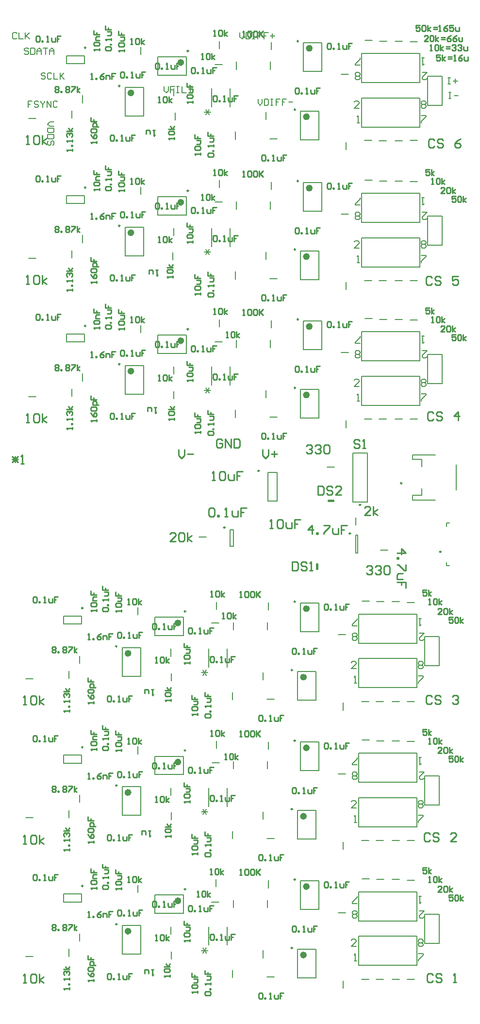
<source format=gto>
G04 Layer_Color=65535*
%FSLAX43Y43*%
%MOMM*%
G71*
G01*
G75*
%ADD28C,0.254*%
%ADD60C,0.250*%
%ADD61C,0.600*%
%ADD62C,0.000*%
%ADD63C,0.200*%
%ADD64C,0.400*%
%ADD65C,0.152*%
%ADD66C,0.203*%
%ADD67C,0.198*%
D28*
X45466Y37211D02*
X45133D01*
X45299D01*
Y36211D01*
X45466Y36378D01*
X44633Y36545D02*
Y37044D01*
X44466Y37211D01*
X43966D01*
Y36545D01*
X44958Y61468D02*
X44625D01*
X44791D01*
Y60468D01*
X44958Y60635D01*
X44125Y60802D02*
Y61301D01*
X43958Y61468D01*
X43458D01*
Y60802D01*
X45466Y86106D02*
X45133D01*
X45299D01*
Y85106D01*
X45466Y85273D01*
X44633Y85440D02*
Y85939D01*
X44466Y86106D01*
X43966D01*
Y85440D01*
X45974Y135255D02*
X45641D01*
X45807D01*
Y134255D01*
X45974Y134422D01*
X45141Y134589D02*
Y135088D01*
X44974Y135255D01*
X44474D01*
Y134589D01*
X46228Y159258D02*
X45895D01*
X46061D01*
Y158258D01*
X46228Y158425D01*
X45395Y158592D02*
Y159091D01*
X45228Y159258D01*
X44728D01*
Y158592D01*
X45720Y183642D02*
X45387D01*
X45553D01*
Y182642D01*
X45720Y182809D01*
X44887Y182976D02*
Y183475D01*
X44720Y183642D01*
X44220D01*
Y182976D01*
X53848Y195961D02*
X54181D01*
X54015D01*
Y196961D01*
X53848Y196794D01*
X54681D02*
X54848Y196961D01*
X55181D01*
X55348Y196794D01*
Y196128D01*
X55181Y195961D01*
X54848D01*
X54681Y196128D01*
Y196794D01*
X55681Y195961D02*
Y196961D01*
Y196294D02*
X56181Y196627D01*
X55681Y196294D02*
X56181Y195961D01*
X53848Y171450D02*
X54181D01*
X54015D01*
Y172450D01*
X53848Y172283D01*
X54681D02*
X54848Y172450D01*
X55181D01*
X55348Y172283D01*
Y171617D01*
X55181Y171450D01*
X54848D01*
X54681Y171617D01*
Y172283D01*
X55681Y171450D02*
Y172450D01*
Y171783D02*
X56181Y172116D01*
X55681Y171783D02*
X56181Y171450D01*
X58166Y147447D02*
X58499D01*
X58333D01*
Y148447D01*
X58166Y148280D01*
X58999D02*
X59166Y148447D01*
X59499D01*
X59666Y148280D01*
Y147614D01*
X59499Y147447D01*
X59166D01*
X58999Y147614D01*
Y148280D01*
X59999Y147447D02*
Y148447D01*
Y147780D02*
X60499Y148113D01*
X59999Y147780D02*
X60499Y147447D01*
X57531Y98425D02*
X57864D01*
X57698D01*
Y99425D01*
X57531Y99258D01*
X58364D02*
X58531Y99425D01*
X58864D01*
X59031Y99258D01*
Y98592D01*
X58864Y98425D01*
X58531D01*
X58364Y98592D01*
Y99258D01*
X59364Y98425D02*
Y99425D01*
Y98758D02*
X59864Y99091D01*
X59364Y98758D02*
X59864Y98425D01*
X57912Y73914D02*
X58245D01*
X58079D01*
Y74914D01*
X57912Y74747D01*
X58745D02*
X58912Y74914D01*
X59245D01*
X59412Y74747D01*
Y74081D01*
X59245Y73914D01*
X58912D01*
X58745Y74081D01*
Y74747D01*
X59745Y73914D02*
Y74914D01*
Y74247D02*
X60245Y74580D01*
X59745Y74247D02*
X60245Y73914D01*
X53086Y49911D02*
X53419D01*
X53253D01*
Y50911D01*
X53086Y50744D01*
X53919D02*
X54086Y50911D01*
X54419D01*
X54586Y50744D01*
Y50078D01*
X54419Y49911D01*
X54086D01*
X53919Y50078D01*
Y50744D01*
X54919Y49911D02*
Y50911D01*
Y50244D02*
X55419Y50577D01*
X54919Y50244D02*
X55419Y49911D01*
X48387Y35941D02*
Y36274D01*
Y36108D01*
X47387D01*
X47554Y35941D01*
Y36774D02*
X47387Y36941D01*
Y37274D01*
X47554Y37441D01*
X48220D01*
X48387Y37274D01*
Y36941D01*
X48220Y36774D01*
X47554D01*
X48387Y37774D02*
X47387D01*
X48054D02*
X47721Y38274D01*
X48054Y37774D02*
X48387Y38274D01*
X95535Y196707D02*
X94869D01*
Y196207D01*
X95202Y196373D01*
X95369D01*
X95535Y196207D01*
Y195874D01*
X95369Y195707D01*
X95036D01*
X94869Y195874D01*
X95869Y195707D02*
Y196707D01*
Y196040D02*
X96369Y196373D01*
X95869Y196040D02*
X96369Y195707D01*
X96868Y196040D02*
X97535D01*
X96868Y196373D02*
X97535D01*
X97868Y195707D02*
X98201D01*
X98035D01*
Y196707D01*
X97868Y196540D01*
X99368Y196707D02*
X99034Y196540D01*
X98701Y196207D01*
Y195874D01*
X98868Y195707D01*
X99201D01*
X99368Y195874D01*
Y196040D01*
X99201Y196207D01*
X98701D01*
X99701Y196373D02*
Y195874D01*
X99867Y195707D01*
X100367D01*
Y196373D01*
X93726Y197485D02*
X94059D01*
X93893D01*
Y198485D01*
X93726Y198318D01*
X94559D02*
X94726Y198485D01*
X95059D01*
X95226Y198318D01*
Y197652D01*
X95059Y197485D01*
X94726D01*
X94559Y197652D01*
Y198318D01*
X95559Y197485D02*
Y198485D01*
Y197818D02*
X96059Y198151D01*
X95559Y197818D02*
X96059Y197485D01*
X96558Y197818D02*
X97225D01*
X96558Y198151D02*
X97225D01*
X97558Y198318D02*
X97725Y198485D01*
X98058D01*
X98225Y198318D01*
Y198151D01*
X98058Y197985D01*
X97891D01*
X98058D01*
X98225Y197818D01*
Y197652D01*
X98058Y197485D01*
X97725D01*
X97558Y197652D01*
X98558Y198318D02*
X98724Y198485D01*
X99058D01*
X99224Y198318D01*
Y198151D01*
X99058Y197985D01*
X98891D01*
X99058D01*
X99224Y197818D01*
Y197652D01*
X99058Y197485D01*
X98724D01*
X98558Y197652D01*
X99557Y198151D02*
Y197652D01*
X99724Y197485D01*
X100224D01*
Y198151D01*
X20853Y126720D02*
X21869Y125705D01*
X20853D02*
X21869Y126720D01*
X20853Y126212D02*
X21869D01*
X21361Y125705D02*
Y126720D01*
X22377Y125451D02*
X22885D01*
X22631D01*
Y126974D01*
X22377Y126720D01*
X88011Y109855D02*
X89535D01*
X88773Y110617D01*
Y109601D01*
X88011Y109093D02*
X88265D01*
Y108840D01*
X88011D01*
Y109093D01*
X89535Y107824D02*
Y106808D01*
X89281D01*
X88265Y107824D01*
X88011D01*
X89027Y106300D02*
X88265D01*
X88011Y106046D01*
Y105285D01*
X89027D01*
X89535Y103761D02*
Y104777D01*
X88773D01*
Y104269D01*
Y104777D01*
X88011D01*
X55753Y122555D02*
X56261D01*
X56007D01*
Y124079D01*
X55753Y123825D01*
X57023D02*
X57277Y124079D01*
X57784D01*
X58038Y123825D01*
Y122809D01*
X57784Y122555D01*
X57277D01*
X57023Y122809D01*
Y123825D01*
X58546Y123571D02*
Y122809D01*
X58800Y122555D01*
X59562D01*
Y123571D01*
X61085Y124079D02*
X60070D01*
Y123317D01*
X60577D01*
X60070D01*
Y122555D01*
X73152Y113157D02*
Y114681D01*
X72390Y113919D01*
X73406D01*
X73914Y113157D02*
Y113411D01*
X74167D01*
Y113157D01*
X73914D01*
X75183Y114681D02*
X76199D01*
Y114427D01*
X75183Y113411D01*
Y113157D01*
X76707Y114173D02*
Y113411D01*
X76961Y113157D01*
X77722D01*
Y114173D01*
X79246Y114681D02*
X78230D01*
Y113919D01*
X78738D01*
X78230D01*
Y113157D01*
X55118Y117475D02*
X55372Y117729D01*
X55880D01*
X56134Y117475D01*
Y116459D01*
X55880Y116205D01*
X55372D01*
X55118Y116459D01*
Y117475D01*
X56642Y116205D02*
Y116459D01*
X56895D01*
Y116205D01*
X56642D01*
X57911D02*
X58419D01*
X58165D01*
Y117729D01*
X57911Y117475D01*
X59181Y117221D02*
Y116459D01*
X59435Y116205D01*
X60196D01*
Y117221D01*
X61720Y117729D02*
X60704D01*
Y116967D01*
X61212D01*
X60704D01*
Y116205D01*
X69723Y108331D02*
Y106807D01*
X70485D01*
X70739Y107061D01*
Y108077D01*
X70485Y108331D01*
X69723D01*
X72262Y108077D02*
X72008Y108331D01*
X71500D01*
X71247Y108077D01*
Y107823D01*
X71500Y107569D01*
X72008D01*
X72262Y107315D01*
Y107061D01*
X72008Y106807D01*
X71500D01*
X71247Y107061D01*
X72770Y106807D02*
X73278D01*
X73024D01*
Y108331D01*
X72770Y108077D01*
X74168Y121539D02*
Y120015D01*
X74930D01*
X75184Y120269D01*
Y121285D01*
X74930Y121539D01*
X74168D01*
X76707Y121285D02*
X76453Y121539D01*
X75945D01*
X75692Y121285D01*
Y121031D01*
X75945Y120777D01*
X76453D01*
X76707Y120523D01*
Y120269D01*
X76453Y120015D01*
X75945D01*
X75692Y120269D01*
X78231Y120015D02*
X77215D01*
X78231Y121031D01*
Y121285D01*
X77977Y121539D01*
X77469D01*
X77215Y121285D01*
X83312Y116459D02*
X82296D01*
X83312Y117475D01*
Y117729D01*
X83058Y117983D01*
X82550D01*
X82296Y117729D01*
X83820Y116459D02*
Y117983D01*
Y116967D02*
X84581Y117475D01*
X83820Y116967D02*
X84581Y116459D01*
X72136Y128524D02*
X72390Y128778D01*
X72898D01*
X73152Y128524D01*
Y128270D01*
X72898Y128016D01*
X72644D01*
X72898D01*
X73152Y127762D01*
Y127508D01*
X72898Y127254D01*
X72390D01*
X72136Y127508D01*
X73660Y128524D02*
X73913Y128778D01*
X74421D01*
X74675Y128524D01*
Y128270D01*
X74421Y128016D01*
X74167D01*
X74421D01*
X74675Y127762D01*
Y127508D01*
X74421Y127254D01*
X73913D01*
X73660Y127508D01*
X75183Y128524D02*
X75437Y128778D01*
X75945D01*
X76199Y128524D01*
Y127508D01*
X75945Y127254D01*
X75437D01*
X75183Y127508D01*
Y128524D01*
X82677Y107442D02*
X82931Y107696D01*
X83439D01*
X83693Y107442D01*
Y107188D01*
X83439Y106934D01*
X83185D01*
X83439D01*
X83693Y106680D01*
Y106426D01*
X83439Y106172D01*
X82931D01*
X82677Y106426D01*
X84201Y107442D02*
X84454Y107696D01*
X84962D01*
X85216Y107442D01*
Y107188D01*
X84962Y106934D01*
X84708D01*
X84962D01*
X85216Y106680D01*
Y106426D01*
X84962Y106172D01*
X84454D01*
X84201Y106426D01*
X85724Y107442D02*
X85978Y107696D01*
X86486D01*
X86740Y107442D01*
Y106426D01*
X86486Y106172D01*
X85978D01*
X85724Y106426D01*
Y107442D01*
X49403Y111887D02*
X48387D01*
X49403Y112903D01*
Y113157D01*
X49149Y113411D01*
X48641D01*
X48387Y113157D01*
X49911D02*
X50164Y113411D01*
X50672D01*
X50926Y113157D01*
Y112141D01*
X50672Y111887D01*
X50164D01*
X49911Y112141D01*
Y113157D01*
X51434Y111887D02*
Y113411D01*
Y112395D02*
X52196Y112903D01*
X51434Y112395D02*
X52196Y111887D01*
X81445Y129476D02*
X81191Y129730D01*
X80683D01*
X80429Y129476D01*
Y129222D01*
X80683Y128968D01*
X81191D01*
X81445Y128714D01*
Y128460D01*
X81191Y128206D01*
X80683D01*
X80429Y128460D01*
X81953Y128206D02*
X82460D01*
X82207D01*
Y129730D01*
X81953Y129476D01*
X61087Y199898D02*
X61420D01*
X61254D01*
Y200898D01*
X61087Y200731D01*
X61920D02*
X62087Y200898D01*
X62420D01*
X62587Y200731D01*
Y200065D01*
X62420Y199898D01*
X62087D01*
X61920Y200065D01*
Y200731D01*
X62920D02*
X63086Y200898D01*
X63420D01*
X63586Y200731D01*
Y200065D01*
X63420Y199898D01*
X63086D01*
X62920Y200065D01*
Y200731D01*
X63919Y200898D02*
Y199898D01*
Y200231D01*
X64586Y200898D01*
X64086Y200398D01*
X64586Y199898D01*
X93376Y199136D02*
X92710D01*
X93376Y199802D01*
Y199969D01*
X93210Y200136D01*
X92877D01*
X92710Y199969D01*
X93710D02*
X93876Y200136D01*
X94210D01*
X94376Y199969D01*
Y199303D01*
X94210Y199136D01*
X93876D01*
X93710Y199303D01*
Y199969D01*
X94709Y199136D02*
Y200136D01*
Y199469D02*
X95209Y199802D01*
X94709Y199469D02*
X95209Y199136D01*
X95709Y199469D02*
X96375D01*
X95709Y199802D02*
X96375D01*
X97375Y200136D02*
X97042Y199969D01*
X96709Y199636D01*
Y199303D01*
X96875Y199136D01*
X97209D01*
X97375Y199303D01*
Y199469D01*
X97209Y199636D01*
X96709D01*
X98375Y200136D02*
X98042Y199969D01*
X97708Y199636D01*
Y199303D01*
X97875Y199136D01*
X98208D01*
X98375Y199303D01*
Y199469D01*
X98208Y199636D01*
X97708D01*
X98708Y199802D02*
Y199303D01*
X98875Y199136D01*
X99375D01*
Y199802D01*
X49149Y181991D02*
Y182324D01*
Y182158D01*
X48149D01*
X48316Y181991D01*
Y182824D02*
X48149Y182991D01*
Y183324D01*
X48316Y183491D01*
X48982D01*
X49149Y183324D01*
Y182991D01*
X48982Y182824D01*
X48316D01*
X49149Y183824D02*
X48149D01*
X48816D02*
X48483Y184324D01*
X48816Y183824D02*
X49149Y184324D01*
X28321Y191079D02*
X28488Y191246D01*
X28821D01*
X28987Y191079D01*
Y190912D01*
X28821Y190746D01*
X28987Y190579D01*
Y190413D01*
X28821Y190246D01*
X28488D01*
X28321Y190413D01*
Y190579D01*
X28488Y190746D01*
X28321Y190912D01*
Y191079D01*
X28488Y190746D02*
X28821D01*
X29321Y190246D02*
Y190413D01*
X29487D01*
Y190246D01*
X29321D01*
X30154Y191079D02*
X30320Y191246D01*
X30654D01*
X30820Y191079D01*
Y190912D01*
X30654Y190746D01*
X30820Y190579D01*
Y190413D01*
X30654Y190246D01*
X30320D01*
X30154Y190413D01*
Y190579D01*
X30320Y190746D01*
X30154Y190912D01*
Y191079D01*
X30320Y190746D02*
X30654D01*
X31153Y191246D02*
X31820D01*
Y191079D01*
X31153Y190413D01*
Y190246D01*
X32153D02*
Y191246D01*
Y190579D02*
X32653Y190912D01*
X32153Y190579D02*
X32653Y190246D01*
X31369Y179959D02*
Y180292D01*
Y180126D01*
X30369D01*
X30536Y179959D01*
X31369Y180792D02*
X31202D01*
Y180959D01*
X31369D01*
Y180792D01*
Y181625D02*
Y181958D01*
Y181792D01*
X30369D01*
X30536Y181625D01*
Y182458D02*
X30369Y182625D01*
Y182958D01*
X30536Y183125D01*
X30703D01*
X30869Y182958D01*
Y182791D01*
Y182958D01*
X31036Y183125D01*
X31202D01*
X31369Y182958D01*
Y182625D01*
X31202Y182458D01*
X31369Y183458D02*
X30369D01*
X31036D02*
X30703Y183958D01*
X31036Y183458D02*
X31369Y183958D01*
X91979Y201914D02*
X91313D01*
Y201414D01*
X91646Y201580D01*
X91813D01*
X91979Y201414D01*
Y201081D01*
X91813Y200914D01*
X91480D01*
X91313Y201081D01*
X92313Y201747D02*
X92479Y201914D01*
X92813D01*
X92979Y201747D01*
Y201081D01*
X92813Y200914D01*
X92479D01*
X92313Y201081D01*
Y201747D01*
X93312Y200914D02*
Y201914D01*
Y201247D02*
X93812Y201580D01*
X93312Y201247D02*
X93812Y200914D01*
X94312Y201247D02*
X94978D01*
X94312Y201580D02*
X94978D01*
X95312Y200914D02*
X95645D01*
X95478D01*
Y201914D01*
X95312Y201747D01*
X96811Y201914D02*
X96478Y201747D01*
X96145Y201414D01*
Y201081D01*
X96311Y200914D01*
X96645D01*
X96811Y201081D01*
Y201247D01*
X96645Y201414D01*
X96145D01*
X97811Y201914D02*
X97144D01*
Y201414D01*
X97478Y201580D01*
X97644D01*
X97811Y201414D01*
Y201081D01*
X97644Y200914D01*
X97311D01*
X97144Y201081D01*
X98144Y201580D02*
Y201081D01*
X98311Y200914D01*
X98811D01*
Y201580D01*
X52324Y188341D02*
Y188674D01*
Y188508D01*
X51324D01*
X51491Y188341D01*
Y189174D02*
X51324Y189341D01*
Y189674D01*
X51491Y189841D01*
X52157D01*
X52324Y189674D01*
Y189341D01*
X52157Y189174D01*
X51491D01*
X51658Y190174D02*
X52157D01*
X52324Y190340D01*
Y190840D01*
X51658D01*
X51324Y191840D02*
Y191173D01*
X51824D01*
Y191507D01*
Y191173D01*
X52324D01*
X55880Y189428D02*
X56047Y189595D01*
X56380D01*
X56546Y189428D01*
Y188762D01*
X56380Y188595D01*
X56047D01*
X55880Y188762D01*
Y189428D01*
X56880Y188595D02*
Y188762D01*
X57046D01*
Y188595D01*
X56880D01*
X57713D02*
X58046D01*
X57879D01*
Y189595D01*
X57713Y189428D01*
X58546Y189261D02*
Y188762D01*
X58712Y188595D01*
X59212D01*
Y189261D01*
X60212Y189595D02*
X59545D01*
Y189095D01*
X59879D01*
X59545D01*
Y188595D01*
X53721Y179324D02*
Y179657D01*
Y179491D01*
X52721D01*
X52888Y179324D01*
Y180157D02*
X52721Y180324D01*
Y180657D01*
X52888Y180824D01*
X53554D01*
X53721Y180657D01*
Y180324D01*
X53554Y180157D01*
X52888D01*
X53055Y181157D02*
X53554D01*
X53721Y181323D01*
Y181823D01*
X53055D01*
X52721Y182823D02*
Y182156D01*
X53221D01*
Y182490D01*
Y182156D01*
X53721D01*
X55174Y178943D02*
X55007Y179110D01*
Y179443D01*
X55174Y179609D01*
X55840D01*
X56007Y179443D01*
Y179110D01*
X55840Y178943D01*
X55174D01*
X56007Y179943D02*
X55840D01*
Y180109D01*
X56007D01*
Y179943D01*
Y180776D02*
Y181109D01*
Y180942D01*
X55007D01*
X55174Y180776D01*
X55341Y181609D02*
X55840D01*
X56007Y181775D01*
Y182275D01*
X55341D01*
X55007Y183275D02*
Y182608D01*
X55507D01*
Y182942D01*
Y182608D01*
X56007D01*
X40386Y197358D02*
Y197691D01*
Y197525D01*
X39386D01*
X39553Y197358D01*
Y198191D02*
X39386Y198358D01*
Y198691D01*
X39553Y198858D01*
X40219D01*
X40386Y198691D01*
Y198358D01*
X40219Y198191D01*
X39553D01*
X39720Y199191D02*
X40219D01*
X40386Y199357D01*
Y199857D01*
X39720D01*
X39386Y200857D02*
Y200190D01*
X39886D01*
Y200524D01*
Y200190D01*
X40386D01*
X37267Y197485D02*
X37100Y197652D01*
Y197985D01*
X37267Y198151D01*
X37933D01*
X38100Y197985D01*
Y197652D01*
X37933Y197485D01*
X37267D01*
X38100Y198485D02*
X37933D01*
Y198651D01*
X38100D01*
Y198485D01*
Y199318D02*
Y199651D01*
Y199484D01*
X37100D01*
X37267Y199318D01*
X37434Y200151D02*
X37933D01*
X38100Y200317D01*
Y200817D01*
X37434D01*
X37100Y201817D02*
Y201150D01*
X37600D01*
Y201484D01*
Y201150D01*
X38100D01*
X36068Y197485D02*
Y197818D01*
Y197652D01*
X35068D01*
X35235Y197485D01*
Y198318D02*
X35068Y198485D01*
Y198818D01*
X35235Y198985D01*
X35901D01*
X36068Y198818D01*
Y198485D01*
X35901Y198318D01*
X35235D01*
X36068Y199318D02*
X35402D01*
Y199818D01*
X35568Y199984D01*
X36068D01*
X35068Y200984D02*
Y200317D01*
X35568D01*
Y200651D01*
Y200317D01*
X36068D01*
X64389Y179141D02*
X64556Y179308D01*
X64889D01*
X65055Y179141D01*
Y178475D01*
X64889Y178308D01*
X64556D01*
X64389Y178475D01*
Y179141D01*
X65389Y178308D02*
Y178475D01*
X65555D01*
Y178308D01*
X65389D01*
X66222D02*
X66555D01*
X66388D01*
Y179308D01*
X66222Y179141D01*
X67055Y178974D02*
Y178475D01*
X67221Y178308D01*
X67721D01*
Y178974D01*
X68721Y179308D02*
X68054D01*
Y178808D01*
X68388D01*
X68054D01*
Y178308D01*
X70231Y190825D02*
X70398Y190992D01*
X70731D01*
X70897Y190825D01*
Y190159D01*
X70731Y189992D01*
X70398D01*
X70231Y190159D01*
Y190825D01*
X71231Y189992D02*
Y190159D01*
X71397D01*
Y189992D01*
X71231D01*
X72064D02*
X72397D01*
X72230D01*
Y190992D01*
X72064Y190825D01*
X72897Y190658D02*
Y190159D01*
X73063Y189992D01*
X73563D01*
Y190658D01*
X74563Y190992D02*
X73896D01*
Y190492D01*
X74230D01*
X73896D01*
Y189992D01*
X75819Y198572D02*
X75986Y198739D01*
X76319D01*
X76485Y198572D01*
Y197906D01*
X76319Y197739D01*
X75986D01*
X75819Y197906D01*
Y198572D01*
X76819Y197739D02*
Y197906D01*
X76985D01*
Y197739D01*
X76819D01*
X77652D02*
X77985D01*
X77818D01*
Y198739D01*
X77652Y198572D01*
X78485Y198405D02*
Y197906D01*
X78651Y197739D01*
X79151D01*
Y198405D01*
X80151Y198739D02*
X79484D01*
Y198239D01*
X79818D01*
X79484D01*
Y197739D01*
X37973Y182570D02*
X38140Y182737D01*
X38473D01*
X38639Y182570D01*
Y181904D01*
X38473Y181737D01*
X38140D01*
X37973Y181904D01*
Y182570D01*
X38973Y181737D02*
Y181904D01*
X39139D01*
Y181737D01*
X38973D01*
X39806D02*
X40139D01*
X39972D01*
Y182737D01*
X39806Y182570D01*
X40639Y182403D02*
Y181904D01*
X40805Y181737D01*
X41305D01*
Y182403D01*
X42305Y182737D02*
X41638D01*
Y182237D01*
X41972D01*
X41638D01*
Y181737D01*
X39751Y193619D02*
X39918Y193786D01*
X40251D01*
X40417Y193619D01*
Y192953D01*
X40251Y192786D01*
X39918D01*
X39751Y192953D01*
Y193619D01*
X40751Y192786D02*
Y192953D01*
X40917D01*
Y192786D01*
X40751D01*
X41584D02*
X41917D01*
X41750D01*
Y193786D01*
X41584Y193619D01*
X42417Y193452D02*
Y192953D01*
X42583Y192786D01*
X43083D01*
Y193452D01*
X44083Y193786D02*
X43416D01*
Y193286D01*
X43750D01*
X43416D01*
Y192786D01*
X25019Y199842D02*
X25186Y200009D01*
X25519D01*
X25685Y199842D01*
Y199176D01*
X25519Y199009D01*
X25186D01*
X25019Y199176D01*
Y199842D01*
X26019Y199009D02*
Y199176D01*
X26185D01*
Y199009D01*
X26019D01*
X26852D02*
X27185D01*
X27018D01*
Y200009D01*
X26852Y199842D01*
X27685Y199675D02*
Y199176D01*
X27851Y199009D01*
X28351D01*
Y199675D01*
X29351Y200009D02*
X28684D01*
Y199509D01*
X29018D01*
X28684D01*
Y199009D01*
X34544Y192532D02*
X34877D01*
X34711D01*
Y193532D01*
X34544Y193365D01*
X35377Y192532D02*
Y192699D01*
X35544D01*
Y192532D01*
X35377D01*
X36877Y193532D02*
X36543Y193365D01*
X36210Y193032D01*
Y192699D01*
X36377Y192532D01*
X36710D01*
X36877Y192699D01*
Y192865D01*
X36710Y193032D01*
X36210D01*
X37210Y192532D02*
Y193198D01*
X37710D01*
X37876Y193032D01*
Y192532D01*
X38876Y193532D02*
X38209D01*
Y193032D01*
X38543D01*
X38209D01*
Y192532D01*
X35560Y181356D02*
Y181689D01*
Y181523D01*
X34560D01*
X34727Y181356D01*
X34560Y182856D02*
X34727Y182522D01*
X35060Y182189D01*
X35393D01*
X35560Y182356D01*
Y182689D01*
X35393Y182856D01*
X35227D01*
X35060Y182689D01*
Y182189D01*
X34727Y183189D02*
X34560Y183355D01*
Y183689D01*
X34727Y183855D01*
X35393D01*
X35560Y183689D01*
Y183355D01*
X35393Y183189D01*
X34727D01*
X35893Y184188D02*
X34894D01*
Y184688D01*
X35060Y184855D01*
X35393D01*
X35560Y184688D01*
Y184188D01*
X34560Y185855D02*
Y185188D01*
X35060D01*
Y185521D01*
Y185188D01*
X35560D01*
X65786Y114173D02*
X66294D01*
X66040D01*
Y115697D01*
X65786Y115443D01*
X67056D02*
X67310Y115697D01*
X67817D01*
X68071Y115443D01*
Y114427D01*
X67817Y114173D01*
X67310D01*
X67056Y114427D01*
Y115443D01*
X68579Y115189D02*
Y114427D01*
X68833Y114173D01*
X69595D01*
Y115189D01*
X71118Y115697D02*
X70103D01*
Y114935D01*
X70610D01*
X70103D01*
Y114173D01*
X35052Y35179D02*
Y35512D01*
Y35346D01*
X34052D01*
X34219Y35179D01*
X34052Y36679D02*
X34219Y36345D01*
X34552Y36012D01*
X34885D01*
X35052Y36179D01*
Y36512D01*
X34885Y36679D01*
X34719D01*
X34552Y36512D01*
Y36012D01*
X34219Y37012D02*
X34052Y37178D01*
Y37512D01*
X34219Y37678D01*
X34885D01*
X35052Y37512D01*
Y37178D01*
X34885Y37012D01*
X34219D01*
X35385Y38011D02*
X34386D01*
Y38511D01*
X34552Y38678D01*
X34885D01*
X35052Y38511D01*
Y38011D01*
X34052Y39678D02*
Y39011D01*
X34552D01*
Y39344D01*
Y39011D01*
X35052D01*
X34036Y46355D02*
X34369D01*
X34203D01*
Y47355D01*
X34036Y47188D01*
X34869Y46355D02*
Y46522D01*
X35036D01*
Y46355D01*
X34869D01*
X36369Y47355D02*
X36035Y47188D01*
X35702Y46855D01*
Y46522D01*
X35869Y46355D01*
X36202D01*
X36369Y46522D01*
Y46688D01*
X36202Y46855D01*
X35702D01*
X36702Y46355D02*
Y47021D01*
X37202D01*
X37368Y46855D01*
Y46355D01*
X38368Y47355D02*
X37701D01*
Y46855D01*
X38035D01*
X37701D01*
Y46355D01*
X24511Y53665D02*
X24678Y53832D01*
X25011D01*
X25177Y53665D01*
Y52999D01*
X25011Y52832D01*
X24678D01*
X24511Y52999D01*
Y53665D01*
X25511Y52832D02*
Y52999D01*
X25677D01*
Y52832D01*
X25511D01*
X26344D02*
X26677D01*
X26510D01*
Y53832D01*
X26344Y53665D01*
X27177Y53498D02*
Y52999D01*
X27343Y52832D01*
X27843D01*
Y53498D01*
X28843Y53832D02*
X28176D01*
Y53332D01*
X28510D01*
X28176D01*
Y52832D01*
X39243Y47442D02*
X39410Y47609D01*
X39743D01*
X39909Y47442D01*
Y46776D01*
X39743Y46609D01*
X39410D01*
X39243Y46776D01*
Y47442D01*
X40243Y46609D02*
Y46776D01*
X40409D01*
Y46609D01*
X40243D01*
X41076D02*
X41409D01*
X41242D01*
Y47609D01*
X41076Y47442D01*
X41909Y47275D02*
Y46776D01*
X42075Y46609D01*
X42575D01*
Y47275D01*
X43575Y47609D02*
X42908D01*
Y47109D01*
X43242D01*
X42908D01*
Y46609D01*
X37465Y36393D02*
X37632Y36560D01*
X37965D01*
X38131Y36393D01*
Y35727D01*
X37965Y35560D01*
X37632D01*
X37465Y35727D01*
Y36393D01*
X38465Y35560D02*
Y35727D01*
X38631D01*
Y35560D01*
X38465D01*
X39298D02*
X39631D01*
X39464D01*
Y36560D01*
X39298Y36393D01*
X40131Y36226D02*
Y35727D01*
X40297Y35560D01*
X40797D01*
Y36226D01*
X41797Y36560D02*
X41130D01*
Y36060D01*
X41464D01*
X41130D01*
Y35560D01*
X75311Y52395D02*
X75478Y52562D01*
X75811D01*
X75977Y52395D01*
Y51729D01*
X75811Y51562D01*
X75478D01*
X75311Y51729D01*
Y52395D01*
X76311Y51562D02*
Y51729D01*
X76477D01*
Y51562D01*
X76311D01*
X77144D02*
X77477D01*
X77310D01*
Y52562D01*
X77144Y52395D01*
X77977Y52228D02*
Y51729D01*
X78143Y51562D01*
X78643D01*
Y52228D01*
X79643Y52562D02*
X78976D01*
Y52062D01*
X79310D01*
X78976D01*
Y51562D01*
X69723Y44648D02*
X69890Y44815D01*
X70223D01*
X70389Y44648D01*
Y43982D01*
X70223Y43815D01*
X69890D01*
X69723Y43982D01*
Y44648D01*
X70723Y43815D02*
Y43982D01*
X70889D01*
Y43815D01*
X70723D01*
X71556D02*
X71889D01*
X71722D01*
Y44815D01*
X71556Y44648D01*
X72389Y44481D02*
Y43982D01*
X72555Y43815D01*
X73055D01*
Y44481D01*
X74055Y44815D02*
X73388D01*
Y44315D01*
X73722D01*
X73388D01*
Y43815D01*
X63881Y32964D02*
X64048Y33131D01*
X64381D01*
X64547Y32964D01*
Y32298D01*
X64381Y32131D01*
X64048D01*
X63881Y32298D01*
Y32964D01*
X64881Y32131D02*
Y32298D01*
X65047D01*
Y32131D01*
X64881D01*
X65714D02*
X66047D01*
X65880D01*
Y33131D01*
X65714Y32964D01*
X66547Y32797D02*
Y32298D01*
X66713Y32131D01*
X67213D01*
Y32797D01*
X68213Y33131D02*
X67546D01*
Y32631D01*
X67880D01*
X67546D01*
Y32131D01*
X35560Y51308D02*
Y51641D01*
Y51475D01*
X34560D01*
X34727Y51308D01*
Y52141D02*
X34560Y52308D01*
Y52641D01*
X34727Y52808D01*
X35393D01*
X35560Y52641D01*
Y52308D01*
X35393Y52141D01*
X34727D01*
X35560Y53141D02*
X34894D01*
Y53641D01*
X35060Y53807D01*
X35560D01*
X34560Y54807D02*
Y54140D01*
X35060D01*
Y54474D01*
Y54140D01*
X35560D01*
X36759Y51308D02*
X36592Y51475D01*
Y51808D01*
X36759Y51974D01*
X37425D01*
X37592Y51808D01*
Y51475D01*
X37425Y51308D01*
X36759D01*
X37592Y52308D02*
X37425D01*
Y52474D01*
X37592D01*
Y52308D01*
Y53141D02*
Y53474D01*
Y53307D01*
X36592D01*
X36759Y53141D01*
X36926Y53974D02*
X37425D01*
X37592Y54140D01*
Y54640D01*
X36926D01*
X36592Y55640D02*
Y54973D01*
X37092D01*
Y55307D01*
Y54973D01*
X37592D01*
X39878Y51181D02*
Y51514D01*
Y51348D01*
X38878D01*
X39045Y51181D01*
Y52014D02*
X38878Y52181D01*
Y52514D01*
X39045Y52681D01*
X39711D01*
X39878Y52514D01*
Y52181D01*
X39711Y52014D01*
X39045D01*
X39212Y53014D02*
X39711D01*
X39878Y53180D01*
Y53680D01*
X39212D01*
X38878Y54680D02*
Y54013D01*
X39378D01*
Y54347D01*
Y54013D01*
X39878D01*
X54666Y32766D02*
X54499Y32933D01*
Y33266D01*
X54666Y33432D01*
X55332D01*
X55499Y33266D01*
Y32933D01*
X55332Y32766D01*
X54666D01*
X55499Y33766D02*
X55332D01*
Y33932D01*
X55499D01*
Y33766D01*
Y34599D02*
Y34932D01*
Y34765D01*
X54499D01*
X54666Y34599D01*
X54833Y35432D02*
X55332D01*
X55499Y35598D01*
Y36098D01*
X54833D01*
X54499Y37098D02*
Y36431D01*
X54999D01*
Y36765D01*
Y36431D01*
X55499D01*
X53213Y33147D02*
Y33480D01*
Y33314D01*
X52213D01*
X52380Y33147D01*
Y33980D02*
X52213Y34147D01*
Y34480D01*
X52380Y34647D01*
X53046D01*
X53213Y34480D01*
Y34147D01*
X53046Y33980D01*
X52380D01*
X52547Y34980D02*
X53046D01*
X53213Y35146D01*
Y35646D01*
X52547D01*
X52213Y36646D02*
Y35979D01*
X52713D01*
Y36313D01*
Y35979D01*
X53213D01*
X55372Y43251D02*
X55539Y43418D01*
X55872D01*
X56038Y43251D01*
Y42585D01*
X55872Y42418D01*
X55539D01*
X55372Y42585D01*
Y43251D01*
X56372Y42418D02*
Y42585D01*
X56538D01*
Y42418D01*
X56372D01*
X57205D02*
X57538D01*
X57371D01*
Y43418D01*
X57205Y43251D01*
X58038Y43084D02*
Y42585D01*
X58204Y42418D01*
X58704D01*
Y43084D01*
X59704Y43418D02*
X59037D01*
Y42918D01*
X59371D01*
X59037D01*
Y42418D01*
X51816Y42164D02*
Y42497D01*
Y42331D01*
X50816D01*
X50983Y42164D01*
Y42997D02*
X50816Y43164D01*
Y43497D01*
X50983Y43664D01*
X51649D01*
X51816Y43497D01*
Y43164D01*
X51649Y42997D01*
X50983D01*
X51150Y43997D02*
X51649D01*
X51816Y44163D01*
Y44663D01*
X51150D01*
X50816Y45663D02*
Y44996D01*
X51316D01*
Y45330D01*
Y44996D01*
X51816D01*
X97694Y50276D02*
X97028D01*
Y49776D01*
X97361Y49942D01*
X97528D01*
X97694Y49776D01*
Y49443D01*
X97528Y49276D01*
X97195D01*
X97028Y49443D01*
X98028Y50109D02*
X98194Y50276D01*
X98528D01*
X98694Y50109D01*
Y49443D01*
X98528Y49276D01*
X98194D01*
X98028Y49443D01*
Y50109D01*
X99027Y49276D02*
Y50276D01*
Y49609D02*
X99527Y49942D01*
X99027Y49609D02*
X99527Y49276D01*
X30861Y33782D02*
Y34115D01*
Y33949D01*
X29861D01*
X30028Y33782D01*
X30861Y34615D02*
X30694D01*
Y34782D01*
X30861D01*
Y34615D01*
Y35448D02*
Y35781D01*
Y35615D01*
X29861D01*
X30028Y35448D01*
Y36281D02*
X29861Y36448D01*
Y36781D01*
X30028Y36948D01*
X30195D01*
X30361Y36781D01*
Y36614D01*
Y36781D01*
X30528Y36948D01*
X30694D01*
X30861Y36781D01*
Y36448D01*
X30694Y36281D01*
X30861Y37281D02*
X29861D01*
X30528D02*
X30195Y37781D01*
X30528Y37281D02*
X30861Y37781D01*
X27813Y44902D02*
X27980Y45069D01*
X28313D01*
X28479Y44902D01*
Y44735D01*
X28313Y44569D01*
X28479Y44402D01*
Y44236D01*
X28313Y44069D01*
X27980D01*
X27813Y44236D01*
Y44402D01*
X27980Y44569D01*
X27813Y44735D01*
Y44902D01*
X27980Y44569D02*
X28313D01*
X28813Y44069D02*
Y44236D01*
X28979D01*
Y44069D01*
X28813D01*
X29646Y44902D02*
X29812Y45069D01*
X30146D01*
X30312Y44902D01*
Y44735D01*
X30146Y44569D01*
X30312Y44402D01*
Y44236D01*
X30146Y44069D01*
X29812D01*
X29646Y44236D01*
Y44402D01*
X29812Y44569D01*
X29646Y44735D01*
Y44902D01*
X29812Y44569D02*
X30146D01*
X30645Y45069D02*
X31312D01*
Y44902D01*
X30645Y44236D01*
Y44069D01*
X31645D02*
Y45069D01*
Y44402D02*
X32145Y44735D01*
X31645Y44402D02*
X32145Y44069D01*
X95789Y50800D02*
X95123D01*
X95789Y51466D01*
Y51633D01*
X95623Y51800D01*
X95290D01*
X95123Y51633D01*
X96123D02*
X96289Y51800D01*
X96623D01*
X96789Y51633D01*
Y50967D01*
X96623Y50800D01*
X96289D01*
X96123Y50967D01*
Y51633D01*
X97122Y50800D02*
Y51800D01*
Y51133D02*
X97622Y51466D01*
X97122Y51133D02*
X97622Y50800D01*
X60579Y53721D02*
X60912D01*
X60746D01*
Y54721D01*
X60579Y54554D01*
X61412D02*
X61579Y54721D01*
X61912D01*
X62079Y54554D01*
Y53888D01*
X61912Y53721D01*
X61579D01*
X61412Y53888D01*
Y54554D01*
X62412D02*
X62578Y54721D01*
X62912D01*
X63078Y54554D01*
Y53888D01*
X62912Y53721D01*
X62578D01*
X62412Y53888D01*
Y54554D01*
X63411Y54721D02*
Y53721D01*
Y54054D01*
X64078Y54721D01*
X63578Y54221D01*
X64078Y53721D01*
X93472Y52451D02*
X93805D01*
X93639D01*
Y53451D01*
X93472Y53284D01*
X94305D02*
X94472Y53451D01*
X94805D01*
X94972Y53284D01*
Y52618D01*
X94805Y52451D01*
X94472D01*
X94305Y52618D01*
Y53284D01*
X95305Y52451D02*
Y53451D01*
Y52784D02*
X95805Y53117D01*
X95305Y52784D02*
X95805Y52451D01*
X93122Y54975D02*
X92456D01*
Y54475D01*
X92789Y54641D01*
X92956D01*
X93122Y54475D01*
Y54142D01*
X92956Y53975D01*
X92623D01*
X92456Y54142D01*
X93456Y53975D02*
Y54975D01*
Y54308D02*
X93956Y54641D01*
X93456Y54308D02*
X93956Y53975D01*
X35052Y59374D02*
Y59707D01*
Y59541D01*
X34052D01*
X34219Y59374D01*
X34052Y60874D02*
X34219Y60540D01*
X34552Y60207D01*
X34885D01*
X35052Y60374D01*
Y60707D01*
X34885Y60874D01*
X34719D01*
X34552Y60707D01*
Y60207D01*
X34219Y61207D02*
X34052Y61373D01*
Y61707D01*
X34219Y61873D01*
X34885D01*
X35052Y61707D01*
Y61373D01*
X34885Y61207D01*
X34219D01*
X35385Y62206D02*
X34386D01*
Y62706D01*
X34552Y62873D01*
X34885D01*
X35052Y62706D01*
Y62206D01*
X34052Y63873D02*
Y63206D01*
X34552D01*
Y63539D01*
Y63206D01*
X35052D01*
X34036Y70550D02*
X34369D01*
X34203D01*
Y71550D01*
X34036Y71383D01*
X34869Y70550D02*
Y70717D01*
X35036D01*
Y70550D01*
X34869D01*
X36369Y71550D02*
X36035Y71383D01*
X35702Y71050D01*
Y70717D01*
X35869Y70550D01*
X36202D01*
X36369Y70717D01*
Y70883D01*
X36202Y71050D01*
X35702D01*
X36702Y70550D02*
Y71216D01*
X37202D01*
X37368Y71050D01*
Y70550D01*
X38368Y71550D02*
X37701D01*
Y71050D01*
X38035D01*
X37701D01*
Y70550D01*
X24511Y77860D02*
X24678Y78027D01*
X25011D01*
X25177Y77860D01*
Y77194D01*
X25011Y77027D01*
X24678D01*
X24511Y77194D01*
Y77860D01*
X25511Y77027D02*
Y77194D01*
X25677D01*
Y77027D01*
X25511D01*
X26344D02*
X26677D01*
X26510D01*
Y78027D01*
X26344Y77860D01*
X27177Y77693D02*
Y77194D01*
X27343Y77027D01*
X27843D01*
Y77693D01*
X28843Y78027D02*
X28176D01*
Y77527D01*
X28510D01*
X28176D01*
Y77027D01*
X39243Y71637D02*
X39410Y71804D01*
X39743D01*
X39909Y71637D01*
Y70971D01*
X39743Y70804D01*
X39410D01*
X39243Y70971D01*
Y71637D01*
X40243Y70804D02*
Y70971D01*
X40409D01*
Y70804D01*
X40243D01*
X41076D02*
X41409D01*
X41242D01*
Y71804D01*
X41076Y71637D01*
X41909Y71470D02*
Y70971D01*
X42075Y70804D01*
X42575D01*
Y71470D01*
X43575Y71804D02*
X42908D01*
Y71304D01*
X43242D01*
X42908D01*
Y70804D01*
X37465Y60588D02*
X37632Y60755D01*
X37965D01*
X38131Y60588D01*
Y59922D01*
X37965Y59755D01*
X37632D01*
X37465Y59922D01*
Y60588D01*
X38465Y59755D02*
Y59922D01*
X38631D01*
Y59755D01*
X38465D01*
X39298D02*
X39631D01*
X39464D01*
Y60755D01*
X39298Y60588D01*
X40131Y60421D02*
Y59922D01*
X40297Y59755D01*
X40797D01*
Y60421D01*
X41797Y60755D02*
X41130D01*
Y60255D01*
X41464D01*
X41130D01*
Y59755D01*
X75311Y76590D02*
X75478Y76757D01*
X75811D01*
X75977Y76590D01*
Y75924D01*
X75811Y75757D01*
X75478D01*
X75311Y75924D01*
Y76590D01*
X76311Y75757D02*
Y75924D01*
X76477D01*
Y75757D01*
X76311D01*
X77144D02*
X77477D01*
X77310D01*
Y76757D01*
X77144Y76590D01*
X77977Y76423D02*
Y75924D01*
X78143Y75757D01*
X78643D01*
Y76423D01*
X79643Y76757D02*
X78976D01*
Y76257D01*
X79310D01*
X78976D01*
Y75757D01*
X69723Y68843D02*
X69890Y69010D01*
X70223D01*
X70389Y68843D01*
Y68177D01*
X70223Y68010D01*
X69890D01*
X69723Y68177D01*
Y68843D01*
X70723Y68010D02*
Y68177D01*
X70889D01*
Y68010D01*
X70723D01*
X71556D02*
X71889D01*
X71722D01*
Y69010D01*
X71556Y68843D01*
X72389Y68676D02*
Y68177D01*
X72555Y68010D01*
X73055D01*
Y68676D01*
X74055Y69010D02*
X73388D01*
Y68510D01*
X73722D01*
X73388D01*
Y68010D01*
X63881Y57159D02*
X64048Y57326D01*
X64381D01*
X64547Y57159D01*
Y56493D01*
X64381Y56326D01*
X64048D01*
X63881Y56493D01*
Y57159D01*
X64881Y56326D02*
Y56493D01*
X65047D01*
Y56326D01*
X64881D01*
X65714D02*
X66047D01*
X65880D01*
Y57326D01*
X65714Y57159D01*
X66547Y56992D02*
Y56493D01*
X66713Y56326D01*
X67213D01*
Y56992D01*
X68213Y57326D02*
X67546D01*
Y56826D01*
X67880D01*
X67546D01*
Y56326D01*
X35560Y75503D02*
Y75836D01*
Y75670D01*
X34560D01*
X34727Y75503D01*
Y76336D02*
X34560Y76503D01*
Y76836D01*
X34727Y77003D01*
X35393D01*
X35560Y76836D01*
Y76503D01*
X35393Y76336D01*
X34727D01*
X35560Y77336D02*
X34894D01*
Y77836D01*
X35060Y78002D01*
X35560D01*
X34560Y79002D02*
Y78335D01*
X35060D01*
Y78669D01*
Y78335D01*
X35560D01*
X36759Y75503D02*
X36592Y75670D01*
Y76003D01*
X36759Y76169D01*
X37425D01*
X37592Y76003D01*
Y75670D01*
X37425Y75503D01*
X36759D01*
X37592Y76503D02*
X37425D01*
Y76669D01*
X37592D01*
Y76503D01*
Y77336D02*
Y77669D01*
Y77502D01*
X36592D01*
X36759Y77336D01*
X36926Y78169D02*
X37425D01*
X37592Y78335D01*
Y78835D01*
X36926D01*
X36592Y79835D02*
Y79168D01*
X37092D01*
Y79502D01*
Y79168D01*
X37592D01*
X39878Y75376D02*
Y75709D01*
Y75543D01*
X38878D01*
X39045Y75376D01*
Y76209D02*
X38878Y76376D01*
Y76709D01*
X39045Y76876D01*
X39711D01*
X39878Y76709D01*
Y76376D01*
X39711Y76209D01*
X39045D01*
X39212Y77209D02*
X39711D01*
X39878Y77375D01*
Y77875D01*
X39212D01*
X38878Y78875D02*
Y78208D01*
X39378D01*
Y78542D01*
Y78208D01*
X39878D01*
X54666Y56961D02*
X54499Y57128D01*
Y57461D01*
X54666Y57627D01*
X55332D01*
X55499Y57461D01*
Y57128D01*
X55332Y56961D01*
X54666D01*
X55499Y57961D02*
X55332D01*
Y58127D01*
X55499D01*
Y57961D01*
Y58794D02*
Y59127D01*
Y58960D01*
X54499D01*
X54666Y58794D01*
X54833Y59627D02*
X55332D01*
X55499Y59793D01*
Y60293D01*
X54833D01*
X54499Y61293D02*
Y60626D01*
X54999D01*
Y60960D01*
Y60626D01*
X55499D01*
X53213Y57342D02*
Y57675D01*
Y57509D01*
X52213D01*
X52380Y57342D01*
Y58175D02*
X52213Y58342D01*
Y58675D01*
X52380Y58842D01*
X53046D01*
X53213Y58675D01*
Y58342D01*
X53046Y58175D01*
X52380D01*
X52547Y59175D02*
X53046D01*
X53213Y59341D01*
Y59841D01*
X52547D01*
X52213Y60841D02*
Y60174D01*
X52713D01*
Y60508D01*
Y60174D01*
X53213D01*
X55372Y67446D02*
X55539Y67613D01*
X55872D01*
X56038Y67446D01*
Y66780D01*
X55872Y66613D01*
X55539D01*
X55372Y66780D01*
Y67446D01*
X56372Y66613D02*
Y66780D01*
X56538D01*
Y66613D01*
X56372D01*
X57205D02*
X57538D01*
X57371D01*
Y67613D01*
X57205Y67446D01*
X58038Y67279D02*
Y66780D01*
X58204Y66613D01*
X58704D01*
Y67279D01*
X59704Y67613D02*
X59037D01*
Y67113D01*
X59371D01*
X59037D01*
Y66613D01*
X51816Y66359D02*
Y66692D01*
Y66526D01*
X50816D01*
X50983Y66359D01*
Y67192D02*
X50816Y67359D01*
Y67692D01*
X50983Y67859D01*
X51649D01*
X51816Y67692D01*
Y67359D01*
X51649Y67192D01*
X50983D01*
X51150Y68192D02*
X51649D01*
X51816Y68358D01*
Y68858D01*
X51150D01*
X50816Y69858D02*
Y69191D01*
X51316D01*
Y69525D01*
Y69191D01*
X51816D01*
X97694Y74471D02*
X97028D01*
Y73971D01*
X97361Y74137D01*
X97528D01*
X97694Y73971D01*
Y73638D01*
X97528Y73471D01*
X97195D01*
X97028Y73638D01*
X98028Y74304D02*
X98194Y74471D01*
X98528D01*
X98694Y74304D01*
Y73638D01*
X98528Y73471D01*
X98194D01*
X98028Y73638D01*
Y74304D01*
X99027Y73471D02*
Y74471D01*
Y73804D02*
X99527Y74137D01*
X99027Y73804D02*
X99527Y73471D01*
X30861Y57977D02*
Y58310D01*
Y58144D01*
X29861D01*
X30028Y57977D01*
X30861Y58810D02*
X30694D01*
Y58977D01*
X30861D01*
Y58810D01*
Y59643D02*
Y59976D01*
Y59810D01*
X29861D01*
X30028Y59643D01*
Y60476D02*
X29861Y60643D01*
Y60976D01*
X30028Y61143D01*
X30195D01*
X30361Y60976D01*
Y60809D01*
Y60976D01*
X30528Y61143D01*
X30694D01*
X30861Y60976D01*
Y60643D01*
X30694Y60476D01*
X30861Y61476D02*
X29861D01*
X30528D02*
X30195Y61976D01*
X30528Y61476D02*
X30861Y61976D01*
X27813Y69097D02*
X27980Y69264D01*
X28313D01*
X28479Y69097D01*
Y68930D01*
X28313Y68764D01*
X28479Y68597D01*
Y68431D01*
X28313Y68264D01*
X27980D01*
X27813Y68431D01*
Y68597D01*
X27980Y68764D01*
X27813Y68930D01*
Y69097D01*
X27980Y68764D02*
X28313D01*
X28813Y68264D02*
Y68431D01*
X28979D01*
Y68264D01*
X28813D01*
X29646Y69097D02*
X29812Y69264D01*
X30146D01*
X30312Y69097D01*
Y68930D01*
X30146Y68764D01*
X30312Y68597D01*
Y68431D01*
X30146Y68264D01*
X29812D01*
X29646Y68431D01*
Y68597D01*
X29812Y68764D01*
X29646Y68930D01*
Y69097D01*
X29812Y68764D02*
X30146D01*
X30645Y69264D02*
X31312D01*
Y69097D01*
X30645Y68431D01*
Y68264D01*
X31645D02*
Y69264D01*
Y68597D02*
X32145Y68930D01*
X31645Y68597D02*
X32145Y68264D01*
X48514Y60325D02*
Y60658D01*
Y60492D01*
X47514D01*
X47681Y60325D01*
Y61158D02*
X47514Y61325D01*
Y61658D01*
X47681Y61825D01*
X48347D01*
X48514Y61658D01*
Y61325D01*
X48347Y61158D01*
X47681D01*
X48514Y62158D02*
X47514D01*
X48181D02*
X47848Y62658D01*
X48181Y62158D02*
X48514Y62658D01*
X95789Y74995D02*
X95123D01*
X95789Y75661D01*
Y75828D01*
X95623Y75995D01*
X95290D01*
X95123Y75828D01*
X96123D02*
X96289Y75995D01*
X96623D01*
X96789Y75828D01*
Y75162D01*
X96623Y74995D01*
X96289D01*
X96123Y75162D01*
Y75828D01*
X97122Y74995D02*
Y75995D01*
Y75328D02*
X97622Y75661D01*
X97122Y75328D02*
X97622Y74995D01*
X60579Y77916D02*
X60912D01*
X60746D01*
Y78916D01*
X60579Y78749D01*
X61412D02*
X61579Y78916D01*
X61912D01*
X62079Y78749D01*
Y78083D01*
X61912Y77916D01*
X61579D01*
X61412Y78083D01*
Y78749D01*
X62412D02*
X62578Y78916D01*
X62912D01*
X63078Y78749D01*
Y78083D01*
X62912Y77916D01*
X62578D01*
X62412Y78083D01*
Y78749D01*
X63411Y78916D02*
Y77916D01*
Y78249D01*
X64078Y78916D01*
X63578Y78416D01*
X64078Y77916D01*
X93472Y76646D02*
X93805D01*
X93639D01*
Y77646D01*
X93472Y77479D01*
X94305D02*
X94472Y77646D01*
X94805D01*
X94972Y77479D01*
Y76813D01*
X94805Y76646D01*
X94472D01*
X94305Y76813D01*
Y77479D01*
X95305Y76646D02*
Y77646D01*
Y76979D02*
X95805Y77312D01*
X95305Y76979D02*
X95805Y76646D01*
X93122Y79170D02*
X92456D01*
Y78670D01*
X92789Y78836D01*
X92956D01*
X93122Y78670D01*
Y78337D01*
X92956Y78170D01*
X92623D01*
X92456Y78337D01*
X93456Y78170D02*
Y79170D01*
Y78503D02*
X93956Y78836D01*
X93456Y78503D02*
X93956Y78170D01*
X35052Y83631D02*
Y83964D01*
Y83798D01*
X34052D01*
X34219Y83631D01*
X34052Y85131D02*
X34219Y84797D01*
X34552Y84464D01*
X34885D01*
X35052Y84631D01*
Y84964D01*
X34885Y85131D01*
X34719D01*
X34552Y84964D01*
Y84464D01*
X34219Y85464D02*
X34052Y85630D01*
Y85964D01*
X34219Y86130D01*
X34885D01*
X35052Y85964D01*
Y85630D01*
X34885Y85464D01*
X34219D01*
X35385Y86463D02*
X34386D01*
Y86963D01*
X34552Y87130D01*
X34885D01*
X35052Y86963D01*
Y86463D01*
X34052Y88130D02*
Y87463D01*
X34552D01*
Y87796D01*
Y87463D01*
X35052D01*
X34036Y94807D02*
X34369D01*
X34203D01*
Y95807D01*
X34036Y95640D01*
X34869Y94807D02*
Y94974D01*
X35036D01*
Y94807D01*
X34869D01*
X36369Y95807D02*
X36035Y95640D01*
X35702Y95307D01*
Y94974D01*
X35869Y94807D01*
X36202D01*
X36369Y94974D01*
Y95140D01*
X36202Y95307D01*
X35702D01*
X36702Y94807D02*
Y95473D01*
X37202D01*
X37368Y95307D01*
Y94807D01*
X38368Y95807D02*
X37701D01*
Y95307D01*
X38035D01*
X37701D01*
Y94807D01*
X24511Y102117D02*
X24678Y102284D01*
X25011D01*
X25177Y102117D01*
Y101451D01*
X25011Y101284D01*
X24678D01*
X24511Y101451D01*
Y102117D01*
X25511Y101284D02*
Y101451D01*
X25677D01*
Y101284D01*
X25511D01*
X26344D02*
X26677D01*
X26510D01*
Y102284D01*
X26344Y102117D01*
X27177Y101950D02*
Y101451D01*
X27343Y101284D01*
X27843D01*
Y101950D01*
X28843Y102284D02*
X28176D01*
Y101784D01*
X28510D01*
X28176D01*
Y101284D01*
X39243Y95894D02*
X39410Y96061D01*
X39743D01*
X39909Y95894D01*
Y95228D01*
X39743Y95061D01*
X39410D01*
X39243Y95228D01*
Y95894D01*
X40243Y95061D02*
Y95228D01*
X40409D01*
Y95061D01*
X40243D01*
X41076D02*
X41409D01*
X41242D01*
Y96061D01*
X41076Y95894D01*
X41909Y95727D02*
Y95228D01*
X42075Y95061D01*
X42575D01*
Y95727D01*
X43575Y96061D02*
X42908D01*
Y95561D01*
X43242D01*
X42908D01*
Y95061D01*
X37465Y84845D02*
X37632Y85012D01*
X37965D01*
X38131Y84845D01*
Y84179D01*
X37965Y84012D01*
X37632D01*
X37465Y84179D01*
Y84845D01*
X38465Y84012D02*
Y84179D01*
X38631D01*
Y84012D01*
X38465D01*
X39298D02*
X39631D01*
X39464D01*
Y85012D01*
X39298Y84845D01*
X40131Y84678D02*
Y84179D01*
X40297Y84012D01*
X40797D01*
Y84678D01*
X41797Y85012D02*
X41130D01*
Y84512D01*
X41464D01*
X41130D01*
Y84012D01*
X75311Y100847D02*
X75478Y101014D01*
X75811D01*
X75977Y100847D01*
Y100181D01*
X75811Y100014D01*
X75478D01*
X75311Y100181D01*
Y100847D01*
X76311Y100014D02*
Y100181D01*
X76477D01*
Y100014D01*
X76311D01*
X77144D02*
X77477D01*
X77310D01*
Y101014D01*
X77144Y100847D01*
X77977Y100680D02*
Y100181D01*
X78143Y100014D01*
X78643D01*
Y100680D01*
X79643Y101014D02*
X78976D01*
Y100514D01*
X79310D01*
X78976D01*
Y100014D01*
X69723Y93100D02*
X69890Y93267D01*
X70223D01*
X70389Y93100D01*
Y92434D01*
X70223Y92267D01*
X69890D01*
X69723Y92434D01*
Y93100D01*
X70723Y92267D02*
Y92434D01*
X70889D01*
Y92267D01*
X70723D01*
X71556D02*
X71889D01*
X71722D01*
Y93267D01*
X71556Y93100D01*
X72389Y92933D02*
Y92434D01*
X72555Y92267D01*
X73055D01*
Y92933D01*
X74055Y93267D02*
X73388D01*
Y92767D01*
X73722D01*
X73388D01*
Y92267D01*
X63881Y81416D02*
X64048Y81583D01*
X64381D01*
X64547Y81416D01*
Y80750D01*
X64381Y80583D01*
X64048D01*
X63881Y80750D01*
Y81416D01*
X64881Y80583D02*
Y80750D01*
X65047D01*
Y80583D01*
X64881D01*
X65714D02*
X66047D01*
X65880D01*
Y81583D01*
X65714Y81416D01*
X66547Y81249D02*
Y80750D01*
X66713Y80583D01*
X67213D01*
Y81249D01*
X68213Y81583D02*
X67546D01*
Y81083D01*
X67880D01*
X67546D01*
Y80583D01*
X35560Y99760D02*
Y100093D01*
Y99927D01*
X34560D01*
X34727Y99760D01*
Y100593D02*
X34560Y100760D01*
Y101093D01*
X34727Y101260D01*
X35393D01*
X35560Y101093D01*
Y100760D01*
X35393Y100593D01*
X34727D01*
X35560Y101593D02*
X34894D01*
Y102093D01*
X35060Y102259D01*
X35560D01*
X34560Y103259D02*
Y102592D01*
X35060D01*
Y102926D01*
Y102592D01*
X35560D01*
X36759Y99760D02*
X36592Y99927D01*
Y100260D01*
X36759Y100426D01*
X37425D01*
X37592Y100260D01*
Y99927D01*
X37425Y99760D01*
X36759D01*
X37592Y100760D02*
X37425D01*
Y100926D01*
X37592D01*
Y100760D01*
Y101593D02*
Y101926D01*
Y101759D01*
X36592D01*
X36759Y101593D01*
X36926Y102426D02*
X37425D01*
X37592Y102592D01*
Y103092D01*
X36926D01*
X36592Y104092D02*
Y103425D01*
X37092D01*
Y103759D01*
Y103425D01*
X37592D01*
X39878Y99633D02*
Y99966D01*
Y99800D01*
X38878D01*
X39045Y99633D01*
Y100466D02*
X38878Y100633D01*
Y100966D01*
X39045Y101133D01*
X39711D01*
X39878Y100966D01*
Y100633D01*
X39711Y100466D01*
X39045D01*
X39212Y101466D02*
X39711D01*
X39878Y101632D01*
Y102132D01*
X39212D01*
X38878Y103132D02*
Y102465D01*
X39378D01*
Y102799D01*
Y102465D01*
X39878D01*
X54666Y81218D02*
X54499Y81385D01*
Y81718D01*
X54666Y81884D01*
X55332D01*
X55499Y81718D01*
Y81385D01*
X55332Y81218D01*
X54666D01*
X55499Y82218D02*
X55332D01*
Y82384D01*
X55499D01*
Y82218D01*
Y83051D02*
Y83384D01*
Y83217D01*
X54499D01*
X54666Y83051D01*
X54833Y83884D02*
X55332D01*
X55499Y84050D01*
Y84550D01*
X54833D01*
X54499Y85550D02*
Y84883D01*
X54999D01*
Y85217D01*
Y84883D01*
X55499D01*
X53213Y81599D02*
Y81932D01*
Y81766D01*
X52213D01*
X52380Y81599D01*
Y82432D02*
X52213Y82599D01*
Y82932D01*
X52380Y83099D01*
X53046D01*
X53213Y82932D01*
Y82599D01*
X53046Y82432D01*
X52380D01*
X52547Y83432D02*
X53046D01*
X53213Y83598D01*
Y84098D01*
X52547D01*
X52213Y85098D02*
Y84431D01*
X52713D01*
Y84765D01*
Y84431D01*
X53213D01*
X55372Y91703D02*
X55539Y91870D01*
X55872D01*
X56038Y91703D01*
Y91037D01*
X55872Y90870D01*
X55539D01*
X55372Y91037D01*
Y91703D01*
X56372Y90870D02*
Y91037D01*
X56538D01*
Y90870D01*
X56372D01*
X57205D02*
X57538D01*
X57371D01*
Y91870D01*
X57205Y91703D01*
X58038Y91536D02*
Y91037D01*
X58204Y90870D01*
X58704D01*
Y91536D01*
X59704Y91870D02*
X59037D01*
Y91370D01*
X59371D01*
X59037D01*
Y90870D01*
X51816Y90616D02*
Y90949D01*
Y90783D01*
X50816D01*
X50983Y90616D01*
Y91449D02*
X50816Y91616D01*
Y91949D01*
X50983Y92116D01*
X51649D01*
X51816Y91949D01*
Y91616D01*
X51649Y91449D01*
X50983D01*
X51150Y92449D02*
X51649D01*
X51816Y92615D01*
Y93115D01*
X51150D01*
X50816Y94115D02*
Y93448D01*
X51316D01*
Y93782D01*
Y93448D01*
X51816D01*
X97694Y98728D02*
X97028D01*
Y98228D01*
X97361Y98394D01*
X97528D01*
X97694Y98228D01*
Y97895D01*
X97528Y97728D01*
X97195D01*
X97028Y97895D01*
X98028Y98561D02*
X98194Y98728D01*
X98528D01*
X98694Y98561D01*
Y97895D01*
X98528Y97728D01*
X98194D01*
X98028Y97895D01*
Y98561D01*
X99027Y97728D02*
Y98728D01*
Y98061D02*
X99527Y98394D01*
X99027Y98061D02*
X99527Y97728D01*
X30861Y82234D02*
Y82567D01*
Y82401D01*
X29861D01*
X30028Y82234D01*
X30861Y83067D02*
X30694D01*
Y83234D01*
X30861D01*
Y83067D01*
Y83900D02*
Y84233D01*
Y84067D01*
X29861D01*
X30028Y83900D01*
Y84733D02*
X29861Y84900D01*
Y85233D01*
X30028Y85400D01*
X30195D01*
X30361Y85233D01*
Y85066D01*
Y85233D01*
X30528Y85400D01*
X30694D01*
X30861Y85233D01*
Y84900D01*
X30694Y84733D01*
X30861Y85733D02*
X29861D01*
X30528D02*
X30195Y86233D01*
X30528Y85733D02*
X30861Y86233D01*
X27813Y93354D02*
X27980Y93521D01*
X28313D01*
X28479Y93354D01*
Y93187D01*
X28313Y93021D01*
X28479Y92854D01*
Y92688D01*
X28313Y92521D01*
X27980D01*
X27813Y92688D01*
Y92854D01*
X27980Y93021D01*
X27813Y93187D01*
Y93354D01*
X27980Y93021D02*
X28313D01*
X28813Y92521D02*
Y92688D01*
X28979D01*
Y92521D01*
X28813D01*
X29646Y93354D02*
X29812Y93521D01*
X30146D01*
X30312Y93354D01*
Y93187D01*
X30146Y93021D01*
X30312Y92854D01*
Y92688D01*
X30146Y92521D01*
X29812D01*
X29646Y92688D01*
Y92854D01*
X29812Y93021D01*
X29646Y93187D01*
Y93354D01*
X29812Y93021D02*
X30146D01*
X30645Y93521D02*
X31312D01*
Y93354D01*
X30645Y92688D01*
Y92521D01*
X31645D02*
Y93521D01*
Y92854D02*
X32145Y93187D01*
X31645Y92854D02*
X32145Y92521D01*
X48514Y84074D02*
Y84407D01*
Y84241D01*
X47514D01*
X47681Y84074D01*
Y84907D02*
X47514Y85074D01*
Y85407D01*
X47681Y85574D01*
X48347D01*
X48514Y85407D01*
Y85074D01*
X48347Y84907D01*
X47681D01*
X48514Y85907D02*
X47514D01*
X48181D02*
X47848Y86407D01*
X48181Y85907D02*
X48514Y86407D01*
X95789Y99252D02*
X95123D01*
X95789Y99918D01*
Y100085D01*
X95623Y100252D01*
X95290D01*
X95123Y100085D01*
X96123D02*
X96289Y100252D01*
X96623D01*
X96789Y100085D01*
Y99419D01*
X96623Y99252D01*
X96289D01*
X96123Y99419D01*
Y100085D01*
X97122Y99252D02*
Y100252D01*
Y99585D02*
X97622Y99918D01*
X97122Y99585D02*
X97622Y99252D01*
X60579Y102173D02*
X60912D01*
X60746D01*
Y103173D01*
X60579Y103006D01*
X61412D02*
X61579Y103173D01*
X61912D01*
X62079Y103006D01*
Y102340D01*
X61912Y102173D01*
X61579D01*
X61412Y102340D01*
Y103006D01*
X62412D02*
X62578Y103173D01*
X62912D01*
X63078Y103006D01*
Y102340D01*
X62912Y102173D01*
X62578D01*
X62412Y102340D01*
Y103006D01*
X63411Y103173D02*
Y102173D01*
Y102506D01*
X64078Y103173D01*
X63578Y102673D01*
X64078Y102173D01*
X93472Y100903D02*
X93805D01*
X93639D01*
Y101903D01*
X93472Y101736D01*
X94305D02*
X94472Y101903D01*
X94805D01*
X94972Y101736D01*
Y101070D01*
X94805Y100903D01*
X94472D01*
X94305Y101070D01*
Y101736D01*
X95305Y100903D02*
Y101903D01*
Y101236D02*
X95805Y101569D01*
X95305Y101236D02*
X95805Y100903D01*
X93122Y103427D02*
X92456D01*
Y102927D01*
X92789Y103093D01*
X92956D01*
X93122Y102927D01*
Y102594D01*
X92956Y102427D01*
X92623D01*
X92456Y102594D01*
X93456Y102427D02*
Y103427D01*
Y102760D02*
X93956Y103093D01*
X93456Y102760D02*
X93956Y102427D01*
X35560Y132842D02*
Y133175D01*
Y133009D01*
X34560D01*
X34727Y132842D01*
X34560Y134342D02*
X34727Y134008D01*
X35060Y133675D01*
X35393D01*
X35560Y133842D01*
Y134175D01*
X35393Y134342D01*
X35227D01*
X35060Y134175D01*
Y133675D01*
X34727Y134675D02*
X34560Y134841D01*
Y135175D01*
X34727Y135341D01*
X35393D01*
X35560Y135175D01*
Y134841D01*
X35393Y134675D01*
X34727D01*
X35893Y135674D02*
X34894D01*
Y136174D01*
X35060Y136341D01*
X35393D01*
X35560Y136174D01*
Y135674D01*
X34560Y137341D02*
Y136674D01*
X35060D01*
Y137007D01*
Y136674D01*
X35560D01*
X34544Y144018D02*
X34877D01*
X34711D01*
Y145018D01*
X34544Y144851D01*
X35377Y144018D02*
Y144185D01*
X35544D01*
Y144018D01*
X35377D01*
X36877Y145018D02*
X36543Y144851D01*
X36210Y144518D01*
Y144185D01*
X36377Y144018D01*
X36710D01*
X36877Y144185D01*
Y144351D01*
X36710Y144518D01*
X36210D01*
X37210Y144018D02*
Y144684D01*
X37710D01*
X37876Y144518D01*
Y144018D01*
X38876Y145018D02*
X38209D01*
Y144518D01*
X38543D01*
X38209D01*
Y144018D01*
X25019Y151328D02*
X25186Y151495D01*
X25519D01*
X25685Y151328D01*
Y150662D01*
X25519Y150495D01*
X25186D01*
X25019Y150662D01*
Y151328D01*
X26019Y150495D02*
Y150662D01*
X26185D01*
Y150495D01*
X26019D01*
X26852D02*
X27185D01*
X27018D01*
Y151495D01*
X26852Y151328D01*
X27685Y151161D02*
Y150662D01*
X27851Y150495D01*
X28351D01*
Y151161D01*
X29351Y151495D02*
X28684D01*
Y150995D01*
X29018D01*
X28684D01*
Y150495D01*
X39751Y145105D02*
X39918Y145272D01*
X40251D01*
X40417Y145105D01*
Y144439D01*
X40251Y144272D01*
X39918D01*
X39751Y144439D01*
Y145105D01*
X40751Y144272D02*
Y144439D01*
X40917D01*
Y144272D01*
X40751D01*
X41584D02*
X41917D01*
X41750D01*
Y145272D01*
X41584Y145105D01*
X42417Y144938D02*
Y144439D01*
X42583Y144272D01*
X43083D01*
Y144938D01*
X44083Y145272D02*
X43416D01*
Y144772D01*
X43750D01*
X43416D01*
Y144272D01*
X37973Y134056D02*
X38140Y134223D01*
X38473D01*
X38639Y134056D01*
Y133390D01*
X38473Y133223D01*
X38140D01*
X37973Y133390D01*
Y134056D01*
X38973Y133223D02*
Y133390D01*
X39139D01*
Y133223D01*
X38973D01*
X39806D02*
X40139D01*
X39972D01*
Y134223D01*
X39806Y134056D01*
X40639Y133889D02*
Y133390D01*
X40805Y133223D01*
X41305D01*
Y133889D01*
X42305Y134223D02*
X41638D01*
Y133723D01*
X41972D01*
X41638D01*
Y133223D01*
X75819Y150058D02*
X75986Y150225D01*
X76319D01*
X76485Y150058D01*
Y149392D01*
X76319Y149225D01*
X75986D01*
X75819Y149392D01*
Y150058D01*
X76819Y149225D02*
Y149392D01*
X76985D01*
Y149225D01*
X76819D01*
X77652D02*
X77985D01*
X77818D01*
Y150225D01*
X77652Y150058D01*
X78485Y149891D02*
Y149392D01*
X78651Y149225D01*
X79151D01*
Y149891D01*
X80151Y150225D02*
X79484D01*
Y149725D01*
X79818D01*
X79484D01*
Y149225D01*
X70231Y142311D02*
X70398Y142478D01*
X70731D01*
X70897Y142311D01*
Y141645D01*
X70731Y141478D01*
X70398D01*
X70231Y141645D01*
Y142311D01*
X71231Y141478D02*
Y141645D01*
X71397D01*
Y141478D01*
X71231D01*
X72064D02*
X72397D01*
X72230D01*
Y142478D01*
X72064Y142311D01*
X72897Y142144D02*
Y141645D01*
X73063Y141478D01*
X73563D01*
Y142144D01*
X74563Y142478D02*
X73896D01*
Y141978D01*
X74230D01*
X73896D01*
Y141478D01*
X64389Y130627D02*
X64556Y130794D01*
X64889D01*
X65055Y130627D01*
Y129961D01*
X64889Y129794D01*
X64556D01*
X64389Y129961D01*
Y130627D01*
X65389Y129794D02*
Y129961D01*
X65555D01*
Y129794D01*
X65389D01*
X66222D02*
X66555D01*
X66388D01*
Y130794D01*
X66222Y130627D01*
X67055Y130460D02*
Y129961D01*
X67221Y129794D01*
X67721D01*
Y130460D01*
X68721Y130794D02*
X68054D01*
Y130294D01*
X68388D01*
X68054D01*
Y129794D01*
X36068Y148971D02*
Y149304D01*
Y149138D01*
X35068D01*
X35235Y148971D01*
Y149804D02*
X35068Y149971D01*
Y150304D01*
X35235Y150471D01*
X35901D01*
X36068Y150304D01*
Y149971D01*
X35901Y149804D01*
X35235D01*
X36068Y150804D02*
X35402D01*
Y151304D01*
X35568Y151470D01*
X36068D01*
X35068Y152470D02*
Y151803D01*
X35568D01*
Y152137D01*
Y151803D01*
X36068D01*
X37267Y148971D02*
X37100Y149138D01*
Y149471D01*
X37267Y149637D01*
X37933D01*
X38100Y149471D01*
Y149138D01*
X37933Y148971D01*
X37267D01*
X38100Y149971D02*
X37933D01*
Y150137D01*
X38100D01*
Y149971D01*
Y150804D02*
Y151137D01*
Y150970D01*
X37100D01*
X37267Y150804D01*
X37434Y151637D02*
X37933D01*
X38100Y151803D01*
Y152303D01*
X37434D01*
X37100Y153303D02*
Y152636D01*
X37600D01*
Y152970D01*
Y152636D01*
X38100D01*
X40386Y148844D02*
Y149177D01*
Y149011D01*
X39386D01*
X39553Y148844D01*
Y149677D02*
X39386Y149844D01*
Y150177D01*
X39553Y150344D01*
X40219D01*
X40386Y150177D01*
Y149844D01*
X40219Y149677D01*
X39553D01*
X39720Y150677D02*
X40219D01*
X40386Y150843D01*
Y151343D01*
X39720D01*
X39386Y152343D02*
Y151676D01*
X39886D01*
Y152010D01*
Y151676D01*
X40386D01*
X55174Y130429D02*
X55007Y130596D01*
Y130929D01*
X55174Y131095D01*
X55840D01*
X56007Y130929D01*
Y130596D01*
X55840Y130429D01*
X55174D01*
X56007Y131429D02*
X55840D01*
Y131595D01*
X56007D01*
Y131429D01*
Y132262D02*
Y132595D01*
Y132428D01*
X55007D01*
X55174Y132262D01*
X55341Y133095D02*
X55840D01*
X56007Y133261D01*
Y133761D01*
X55341D01*
X55007Y134761D02*
Y134094D01*
X55507D01*
Y134428D01*
Y134094D01*
X56007D01*
X53721Y130810D02*
Y131143D01*
Y130977D01*
X52721D01*
X52888Y130810D01*
Y131643D02*
X52721Y131810D01*
Y132143D01*
X52888Y132310D01*
X53554D01*
X53721Y132143D01*
Y131810D01*
X53554Y131643D01*
X52888D01*
X53055Y132643D02*
X53554D01*
X53721Y132809D01*
Y133309D01*
X53055D01*
X52721Y134309D02*
Y133642D01*
X53221D01*
Y133976D01*
Y133642D01*
X53721D01*
X55880Y140914D02*
X56047Y141081D01*
X56380D01*
X56546Y140914D01*
Y140248D01*
X56380Y140081D01*
X56047D01*
X55880Y140248D01*
Y140914D01*
X56880Y140081D02*
Y140248D01*
X57046D01*
Y140081D01*
X56880D01*
X57713D02*
X58046D01*
X57879D01*
Y141081D01*
X57713Y140914D01*
X58546Y140747D02*
Y140248D01*
X58712Y140081D01*
X59212D01*
Y140747D01*
X60212Y141081D02*
X59545D01*
Y140581D01*
X59879D01*
X59545D01*
Y140081D01*
X52324Y139827D02*
Y140160D01*
Y139994D01*
X51324D01*
X51491Y139827D01*
Y140660D02*
X51324Y140827D01*
Y141160D01*
X51491Y141327D01*
X52157D01*
X52324Y141160D01*
Y140827D01*
X52157Y140660D01*
X51491D01*
X51658Y141660D02*
X52157D01*
X52324Y141826D01*
Y142326D01*
X51658D01*
X51324Y143326D02*
Y142659D01*
X51824D01*
Y142993D01*
Y142659D01*
X52324D01*
X98202Y147939D02*
X97536D01*
Y147439D01*
X97869Y147605D01*
X98036D01*
X98202Y147439D01*
Y147106D01*
X98036Y146939D01*
X97703D01*
X97536Y147106D01*
X98536Y147772D02*
X98702Y147939D01*
X99036D01*
X99202Y147772D01*
Y147106D01*
X99036Y146939D01*
X98702D01*
X98536Y147106D01*
Y147772D01*
X99535Y146939D02*
Y147939D01*
Y147272D02*
X100035Y147605D01*
X99535Y147272D02*
X100035Y146939D01*
X31369Y131445D02*
Y131778D01*
Y131612D01*
X30369D01*
X30536Y131445D01*
X31369Y132278D02*
X31202D01*
Y132445D01*
X31369D01*
Y132278D01*
Y133111D02*
Y133444D01*
Y133278D01*
X30369D01*
X30536Y133111D01*
Y133944D02*
X30369Y134111D01*
Y134444D01*
X30536Y134611D01*
X30703D01*
X30869Y134444D01*
Y134277D01*
Y134444D01*
X31036Y134611D01*
X31202D01*
X31369Y134444D01*
Y134111D01*
X31202Y133944D01*
X31369Y134944D02*
X30369D01*
X31036D02*
X30703Y135444D01*
X31036Y134944D02*
X31369Y135444D01*
X28321Y142565D02*
X28488Y142732D01*
X28821D01*
X28987Y142565D01*
Y142398D01*
X28821Y142232D01*
X28987Y142065D01*
Y141899D01*
X28821Y141732D01*
X28488D01*
X28321Y141899D01*
Y142065D01*
X28488Y142232D01*
X28321Y142398D01*
Y142565D01*
X28488Y142232D02*
X28821D01*
X29321Y141732D02*
Y141899D01*
X29487D01*
Y141732D01*
X29321D01*
X30154Y142565D02*
X30320Y142732D01*
X30654D01*
X30820Y142565D01*
Y142398D01*
X30654Y142232D01*
X30820Y142065D01*
Y141899D01*
X30654Y141732D01*
X30320D01*
X30154Y141899D01*
Y142065D01*
X30320Y142232D01*
X30154Y142398D01*
Y142565D01*
X30320Y142232D02*
X30654D01*
X31153Y142732D02*
X31820D01*
Y142565D01*
X31153Y141899D01*
Y141732D01*
X32153D02*
Y142732D01*
Y142065D02*
X32653Y142398D01*
X32153Y142065D02*
X32653Y141732D01*
X49149Y133096D02*
Y133429D01*
Y133263D01*
X48149D01*
X48316Y133096D01*
Y133929D02*
X48149Y134096D01*
Y134429D01*
X48316Y134596D01*
X48982D01*
X49149Y134429D01*
Y134096D01*
X48982Y133929D01*
X48316D01*
X49149Y134929D02*
X48149D01*
X48816D02*
X48483Y135429D01*
X48816Y134929D02*
X49149Y135429D01*
X96297Y148463D02*
X95631D01*
X96297Y149129D01*
Y149296D01*
X96131Y149463D01*
X95798D01*
X95631Y149296D01*
X96631D02*
X96797Y149463D01*
X97131D01*
X97297Y149296D01*
Y148630D01*
X97131Y148463D01*
X96797D01*
X96631Y148630D01*
Y149296D01*
X97630Y148463D02*
Y149463D01*
Y148796D02*
X98130Y149129D01*
X97630Y148796D02*
X98130Y148463D01*
X61087Y151384D02*
X61420D01*
X61254D01*
Y152384D01*
X61087Y152217D01*
X61920D02*
X62087Y152384D01*
X62420D01*
X62587Y152217D01*
Y151551D01*
X62420Y151384D01*
X62087D01*
X61920Y151551D01*
Y152217D01*
X62920D02*
X63086Y152384D01*
X63420D01*
X63586Y152217D01*
Y151551D01*
X63420Y151384D01*
X63086D01*
X62920Y151551D01*
Y152217D01*
X63919Y152384D02*
Y151384D01*
Y151717D01*
X64586Y152384D01*
X64086Y151884D01*
X64586Y151384D01*
X93980Y150114D02*
X94313D01*
X94147D01*
Y151114D01*
X93980Y150947D01*
X94813D02*
X94980Y151114D01*
X95313D01*
X95480Y150947D01*
Y150281D01*
X95313Y150114D01*
X94980D01*
X94813Y150281D01*
Y150947D01*
X95813Y150114D02*
Y151114D01*
Y150447D02*
X96313Y150780D01*
X95813Y150447D02*
X96313Y150114D01*
X93630Y152638D02*
X92964D01*
Y152138D01*
X93297Y152304D01*
X93464D01*
X93630Y152138D01*
Y151805D01*
X93464Y151638D01*
X93131D01*
X92964Y151805D01*
X93964Y151638D02*
Y152638D01*
Y151971D02*
X94464Y152304D01*
X93964Y151971D02*
X94464Y151638D01*
X35560Y156972D02*
Y157305D01*
Y157139D01*
X34560D01*
X34727Y156972D01*
X34560Y158472D02*
X34727Y158138D01*
X35060Y157805D01*
X35393D01*
X35560Y157972D01*
Y158305D01*
X35393Y158472D01*
X35227D01*
X35060Y158305D01*
Y157805D01*
X34727Y158805D02*
X34560Y158971D01*
Y159305D01*
X34727Y159471D01*
X35393D01*
X35560Y159305D01*
Y158971D01*
X35393Y158805D01*
X34727D01*
X35893Y159804D02*
X34894D01*
Y160304D01*
X35060Y160471D01*
X35393D01*
X35560Y160304D01*
Y159804D01*
X34560Y161471D02*
Y160804D01*
X35060D01*
Y161137D01*
Y160804D01*
X35560D01*
X34544Y168148D02*
X34877D01*
X34711D01*
Y169148D01*
X34544Y168981D01*
X35377Y168148D02*
Y168315D01*
X35544D01*
Y168148D01*
X35377D01*
X36877Y169148D02*
X36543Y168981D01*
X36210Y168648D01*
Y168315D01*
X36377Y168148D01*
X36710D01*
X36877Y168315D01*
Y168481D01*
X36710Y168648D01*
X36210D01*
X37210Y168148D02*
Y168814D01*
X37710D01*
X37876Y168648D01*
Y168148D01*
X38876Y169148D02*
X38209D01*
Y168648D01*
X38543D01*
X38209D01*
Y168148D01*
X25019Y175458D02*
X25186Y175625D01*
X25519D01*
X25685Y175458D01*
Y174792D01*
X25519Y174625D01*
X25186D01*
X25019Y174792D01*
Y175458D01*
X26019Y174625D02*
Y174792D01*
X26185D01*
Y174625D01*
X26019D01*
X26852D02*
X27185D01*
X27018D01*
Y175625D01*
X26852Y175458D01*
X27685Y175291D02*
Y174792D01*
X27851Y174625D01*
X28351D01*
Y175291D01*
X29351Y175625D02*
X28684D01*
Y175125D01*
X29018D01*
X28684D01*
Y174625D01*
X39751Y169235D02*
X39918Y169402D01*
X40251D01*
X40417Y169235D01*
Y168569D01*
X40251Y168402D01*
X39918D01*
X39751Y168569D01*
Y169235D01*
X40751Y168402D02*
Y168569D01*
X40917D01*
Y168402D01*
X40751D01*
X41584D02*
X41917D01*
X41750D01*
Y169402D01*
X41584Y169235D01*
X42417Y169068D02*
Y168569D01*
X42583Y168402D01*
X43083D01*
Y169068D01*
X44083Y169402D02*
X43416D01*
Y168902D01*
X43750D01*
X43416D01*
Y168402D01*
X37973Y158186D02*
X38140Y158353D01*
X38473D01*
X38639Y158186D01*
Y157520D01*
X38473Y157353D01*
X38140D01*
X37973Y157520D01*
Y158186D01*
X38973Y157353D02*
Y157520D01*
X39139D01*
Y157353D01*
X38973D01*
X39806D02*
X40139D01*
X39972D01*
Y158353D01*
X39806Y158186D01*
X40639Y158019D02*
Y157520D01*
X40805Y157353D01*
X41305D01*
Y158019D01*
X42305Y158353D02*
X41638D01*
Y157853D01*
X41972D01*
X41638D01*
Y157353D01*
X75819Y174188D02*
X75986Y174355D01*
X76319D01*
X76485Y174188D01*
Y173522D01*
X76319Y173355D01*
X75986D01*
X75819Y173522D01*
Y174188D01*
X76819Y173355D02*
Y173522D01*
X76985D01*
Y173355D01*
X76819D01*
X77652D02*
X77985D01*
X77818D01*
Y174355D01*
X77652Y174188D01*
X78485Y174021D02*
Y173522D01*
X78651Y173355D01*
X79151D01*
Y174021D01*
X80151Y174355D02*
X79484D01*
Y173855D01*
X79818D01*
X79484D01*
Y173355D01*
X70231Y166441D02*
X70398Y166608D01*
X70731D01*
X70897Y166441D01*
Y165775D01*
X70731Y165608D01*
X70398D01*
X70231Y165775D01*
Y166441D01*
X71231Y165608D02*
Y165775D01*
X71397D01*
Y165608D01*
X71231D01*
X72064D02*
X72397D01*
X72230D01*
Y166608D01*
X72064Y166441D01*
X72897Y166274D02*
Y165775D01*
X73063Y165608D01*
X73563D01*
Y166274D01*
X74563Y166608D02*
X73896D01*
Y166108D01*
X74230D01*
X73896D01*
Y165608D01*
X64389Y154757D02*
X64556Y154924D01*
X64889D01*
X65055Y154757D01*
Y154091D01*
X64889Y153924D01*
X64556D01*
X64389Y154091D01*
Y154757D01*
X65389Y153924D02*
Y154091D01*
X65555D01*
Y153924D01*
X65389D01*
X66222D02*
X66555D01*
X66388D01*
Y154924D01*
X66222Y154757D01*
X67055Y154590D02*
Y154091D01*
X67221Y153924D01*
X67721D01*
Y154590D01*
X68721Y154924D02*
X68054D01*
Y154424D01*
X68388D01*
X68054D01*
Y153924D01*
X36068Y173101D02*
Y173434D01*
Y173268D01*
X35068D01*
X35235Y173101D01*
Y173934D02*
X35068Y174101D01*
Y174434D01*
X35235Y174601D01*
X35901D01*
X36068Y174434D01*
Y174101D01*
X35901Y173934D01*
X35235D01*
X36068Y174934D02*
X35402D01*
Y175434D01*
X35568Y175600D01*
X36068D01*
X35068Y176600D02*
Y175933D01*
X35568D01*
Y176267D01*
Y175933D01*
X36068D01*
X37267Y173101D02*
X37100Y173268D01*
Y173601D01*
X37267Y173767D01*
X37933D01*
X38100Y173601D01*
Y173268D01*
X37933Y173101D01*
X37267D01*
X38100Y174101D02*
X37933D01*
Y174267D01*
X38100D01*
Y174101D01*
Y174934D02*
Y175267D01*
Y175100D01*
X37100D01*
X37267Y174934D01*
X37434Y175767D02*
X37933D01*
X38100Y175933D01*
Y176433D01*
X37434D01*
X37100Y177433D02*
Y176766D01*
X37600D01*
Y177100D01*
Y176766D01*
X38100D01*
X40386Y172974D02*
Y173307D01*
Y173141D01*
X39386D01*
X39553Y172974D01*
Y173807D02*
X39386Y173974D01*
Y174307D01*
X39553Y174474D01*
X40219D01*
X40386Y174307D01*
Y173974D01*
X40219Y173807D01*
X39553D01*
X39720Y174807D02*
X40219D01*
X40386Y174973D01*
Y175473D01*
X39720D01*
X39386Y176473D02*
Y175806D01*
X39886D01*
Y176140D01*
Y175806D01*
X40386D01*
X55174Y154559D02*
X55007Y154726D01*
Y155059D01*
X55174Y155225D01*
X55840D01*
X56007Y155059D01*
Y154726D01*
X55840Y154559D01*
X55174D01*
X56007Y155559D02*
X55840D01*
Y155725D01*
X56007D01*
Y155559D01*
Y156392D02*
Y156725D01*
Y156558D01*
X55007D01*
X55174Y156392D01*
X55341Y157225D02*
X55840D01*
X56007Y157391D01*
Y157891D01*
X55341D01*
X55007Y158891D02*
Y158224D01*
X55507D01*
Y158558D01*
Y158224D01*
X56007D01*
X53721Y154940D02*
Y155273D01*
Y155107D01*
X52721D01*
X52888Y154940D01*
Y155773D02*
X52721Y155940D01*
Y156273D01*
X52888Y156440D01*
X53554D01*
X53721Y156273D01*
Y155940D01*
X53554Y155773D01*
X52888D01*
X53055Y156773D02*
X53554D01*
X53721Y156939D01*
Y157439D01*
X53055D01*
X52721Y158439D02*
Y157772D01*
X53221D01*
Y158106D01*
Y157772D01*
X53721D01*
X55880Y165044D02*
X56047Y165211D01*
X56380D01*
X56546Y165044D01*
Y164378D01*
X56380Y164211D01*
X56047D01*
X55880Y164378D01*
Y165044D01*
X56880Y164211D02*
Y164378D01*
X57046D01*
Y164211D01*
X56880D01*
X57713D02*
X58046D01*
X57879D01*
Y165211D01*
X57713Y165044D01*
X58546Y164877D02*
Y164378D01*
X58712Y164211D01*
X59212D01*
Y164877D01*
X60212Y165211D02*
X59545D01*
Y164711D01*
X59879D01*
X59545D01*
Y164211D01*
X52324Y163957D02*
Y164290D01*
Y164124D01*
X51324D01*
X51491Y163957D01*
Y164790D02*
X51324Y164957D01*
Y165290D01*
X51491Y165457D01*
X52157D01*
X52324Y165290D01*
Y164957D01*
X52157Y164790D01*
X51491D01*
X51658Y165790D02*
X52157D01*
X52324Y165956D01*
Y166456D01*
X51658D01*
X51324Y167456D02*
Y166789D01*
X51824D01*
Y167123D01*
Y166789D01*
X52324D01*
X98202Y172069D02*
X97536D01*
Y171569D01*
X97869Y171735D01*
X98036D01*
X98202Y171569D01*
Y171236D01*
X98036Y171069D01*
X97703D01*
X97536Y171236D01*
X98536Y171902D02*
X98702Y172069D01*
X99036D01*
X99202Y171902D01*
Y171236D01*
X99036Y171069D01*
X98702D01*
X98536Y171236D01*
Y171902D01*
X99535Y171069D02*
Y172069D01*
Y171402D02*
X100035Y171735D01*
X99535Y171402D02*
X100035Y171069D01*
X31369Y155575D02*
Y155908D01*
Y155742D01*
X30369D01*
X30536Y155575D01*
X31369Y156408D02*
X31202D01*
Y156575D01*
X31369D01*
Y156408D01*
Y157241D02*
Y157574D01*
Y157408D01*
X30369D01*
X30536Y157241D01*
Y158074D02*
X30369Y158241D01*
Y158574D01*
X30536Y158741D01*
X30703D01*
X30869Y158574D01*
Y158407D01*
Y158574D01*
X31036Y158741D01*
X31202D01*
X31369Y158574D01*
Y158241D01*
X31202Y158074D01*
X31369Y159074D02*
X30369D01*
X31036D02*
X30703Y159574D01*
X31036Y159074D02*
X31369Y159574D01*
X28321Y166695D02*
X28488Y166862D01*
X28821D01*
X28987Y166695D01*
Y166528D01*
X28821Y166362D01*
X28987Y166195D01*
Y166029D01*
X28821Y165862D01*
X28488D01*
X28321Y166029D01*
Y166195D01*
X28488Y166362D01*
X28321Y166528D01*
Y166695D01*
X28488Y166362D02*
X28821D01*
X29321Y165862D02*
Y166029D01*
X29487D01*
Y165862D01*
X29321D01*
X30154Y166695D02*
X30320Y166862D01*
X30654D01*
X30820Y166695D01*
Y166528D01*
X30654Y166362D01*
X30820Y166195D01*
Y166029D01*
X30654Y165862D01*
X30320D01*
X30154Y166029D01*
Y166195D01*
X30320Y166362D01*
X30154Y166528D01*
Y166695D01*
X30320Y166362D02*
X30654D01*
X31153Y166862D02*
X31820D01*
Y166695D01*
X31153Y166029D01*
Y165862D01*
X32153D02*
Y166862D01*
Y166195D02*
X32653Y166528D01*
X32153Y166195D02*
X32653Y165862D01*
X48895Y157861D02*
Y158194D01*
Y158028D01*
X47895D01*
X48062Y157861D01*
Y158694D02*
X47895Y158861D01*
Y159194D01*
X48062Y159361D01*
X48728D01*
X48895Y159194D01*
Y158861D01*
X48728Y158694D01*
X48062D01*
X48895Y159694D02*
X47895D01*
X48562D02*
X48229Y160194D01*
X48562Y159694D02*
X48895Y160194D01*
X96297Y172593D02*
X95631D01*
X96297Y173259D01*
Y173426D01*
X96131Y173593D01*
X95798D01*
X95631Y173426D01*
X96631D02*
X96797Y173593D01*
X97131D01*
X97297Y173426D01*
Y172760D01*
X97131Y172593D01*
X96797D01*
X96631Y172760D01*
Y173426D01*
X97630Y172593D02*
Y173593D01*
Y172926D02*
X98130Y173259D01*
X97630Y172926D02*
X98130Y172593D01*
X61087Y175514D02*
X61420D01*
X61254D01*
Y176514D01*
X61087Y176347D01*
X61920D02*
X62087Y176514D01*
X62420D01*
X62587Y176347D01*
Y175681D01*
X62420Y175514D01*
X62087D01*
X61920Y175681D01*
Y176347D01*
X62920D02*
X63086Y176514D01*
X63420D01*
X63586Y176347D01*
Y175681D01*
X63420Y175514D01*
X63086D01*
X62920Y175681D01*
Y176347D01*
X63919Y176514D02*
Y175514D01*
Y175847D01*
X64586Y176514D01*
X64086Y176014D01*
X64586Y175514D01*
X93980Y174244D02*
X94313D01*
X94147D01*
Y175244D01*
X93980Y175077D01*
X94813D02*
X94980Y175244D01*
X95313D01*
X95480Y175077D01*
Y174411D01*
X95313Y174244D01*
X94980D01*
X94813Y174411D01*
Y175077D01*
X95813Y174244D02*
Y175244D01*
Y174577D02*
X96313Y174910D01*
X95813Y174577D02*
X96313Y174244D01*
X93630Y176768D02*
X92964D01*
Y176268D01*
X93297Y176434D01*
X93464D01*
X93630Y176268D01*
Y175935D01*
X93464Y175768D01*
X93131D01*
X92964Y175935D01*
X93964Y175768D02*
Y176768D01*
Y176101D02*
X94464Y176434D01*
X93964Y176101D02*
X94464Y175768D01*
X22835Y34976D02*
X23342D01*
X23089D01*
Y36499D01*
X22835Y36245D01*
X24104D02*
X24358Y36499D01*
X24866D01*
X25120Y36245D01*
Y35230D01*
X24866Y34976D01*
X24358D01*
X24104Y35230D01*
Y36245D01*
X25628Y34976D02*
Y36499D01*
Y35484D02*
X26389Y35991D01*
X25628Y35484D02*
X26389Y34976D01*
X22835Y59171D02*
X23342D01*
X23089D01*
Y60694D01*
X22835Y60440D01*
X24104D02*
X24358Y60694D01*
X24866D01*
X25120Y60440D01*
Y59425D01*
X24866Y59171D01*
X24358D01*
X24104Y59425D01*
Y60440D01*
X25628Y59171D02*
Y60694D01*
Y59679D02*
X26389Y60186D01*
X25628Y59679D02*
X26389Y59171D01*
X22835Y83428D02*
X23342D01*
X23089D01*
Y84951D01*
X22835Y84697D01*
X24104D02*
X24358Y84951D01*
X24866D01*
X25120Y84697D01*
Y83682D01*
X24866Y83428D01*
X24358D01*
X24104Y83682D01*
Y84697D01*
X25628Y83428D02*
Y84951D01*
Y83936D02*
X26389Y84443D01*
X25628Y83936D02*
X26389Y83428D01*
X23343Y132639D02*
X23850D01*
X23597D01*
Y134162D01*
X23343Y133908D01*
X24612D02*
X24866Y134162D01*
X25374D01*
X25628Y133908D01*
Y132893D01*
X25374Y132639D01*
X24866D01*
X24612Y132893D01*
Y133908D01*
X26136Y132639D02*
Y134162D01*
Y133147D02*
X26897Y133654D01*
X26136Y133147D02*
X26897Y132639D01*
X23343Y156769D02*
X23850D01*
X23597D01*
Y158292D01*
X23343Y158038D01*
X24612D02*
X24866Y158292D01*
X25374D01*
X25628Y158038D01*
Y157023D01*
X25374Y156769D01*
X24866D01*
X24612Y157023D01*
Y158038D01*
X26136Y156769D02*
Y158292D01*
Y157277D02*
X26897Y157784D01*
X26136Y157277D02*
X26897Y156769D01*
X23343Y181153D02*
X23850D01*
X23597D01*
Y182676D01*
X23343Y182422D01*
X24612D02*
X24866Y182676D01*
X25374D01*
X25628Y182422D01*
Y181407D01*
X25374Y181153D01*
X24866D01*
X24612Y181407D01*
Y182422D01*
X26136Y181153D02*
Y182676D01*
Y181661D02*
X26897Y182168D01*
X26136Y181661D02*
X26897Y181153D01*
X51624Y48204D02*
X51791Y48371D01*
X52124D01*
X52290Y48204D01*
Y47538D01*
X52124Y47371D01*
X51791D01*
X51624Y47538D01*
Y48204D01*
X52624Y47371D02*
Y47538D01*
X52790D01*
Y47371D01*
X52624D01*
X53457D02*
X53790D01*
X53623D01*
Y48371D01*
X53457Y48204D01*
X54290Y48037D02*
Y47538D01*
X54456Y47371D01*
X54956D01*
Y48037D01*
X55956Y48371D02*
X55289D01*
Y47871D01*
X55623D01*
X55289D01*
Y47371D01*
X45339Y48966D02*
X45506Y49133D01*
X45839D01*
X46005Y48966D01*
Y48300D01*
X45839Y48133D01*
X45506D01*
X45339Y48300D01*
Y48966D01*
X46339Y48133D02*
Y48300D01*
X46505D01*
Y48133D01*
X46339D01*
X47172D02*
X47505D01*
X47338D01*
Y49133D01*
X47172Y48966D01*
X48005Y48799D02*
Y48300D01*
X48171Y48133D01*
X48671D01*
Y48799D01*
X49671Y49133D02*
X49004D01*
Y48633D01*
X49338D01*
X49004D01*
Y48133D01*
X55372Y53848D02*
X55705D01*
X55539D01*
Y54848D01*
X55372Y54681D01*
X56205D02*
X56372Y54848D01*
X56705D01*
X56872Y54681D01*
Y54015D01*
X56705Y53848D01*
X56372D01*
X56205Y54015D01*
Y54681D01*
X57205Y53848D02*
Y54848D01*
Y54181D02*
X57705Y54514D01*
X57205Y54181D02*
X57705Y53848D01*
X41021Y52451D02*
X41354D01*
X41188D01*
Y53451D01*
X41021Y53284D01*
X41854D02*
X42021Y53451D01*
X42354D01*
X42521Y53284D01*
Y52618D01*
X42354Y52451D01*
X42021D01*
X41854Y52618D01*
Y53284D01*
X42854Y52451D02*
Y53451D01*
Y52784D02*
X43354Y53117D01*
X42854Y52784D02*
X43354Y52451D01*
X45847Y42291D02*
X46180D01*
X46014D01*
Y43291D01*
X45847Y43124D01*
X46680D02*
X46847Y43291D01*
X47180D01*
X47347Y43124D01*
Y42458D01*
X47180Y42291D01*
X46847D01*
X46680Y42458D01*
Y43124D01*
X47680Y42291D02*
Y43291D01*
Y42624D02*
X48180Y42957D01*
X47680Y42624D02*
X48180Y42291D01*
X51624Y72399D02*
X51791Y72566D01*
X52124D01*
X52290Y72399D01*
Y71733D01*
X52124Y71566D01*
X51791D01*
X51624Y71733D01*
Y72399D01*
X52624Y71566D02*
Y71733D01*
X52790D01*
Y71566D01*
X52624D01*
X53457D02*
X53790D01*
X53623D01*
Y72566D01*
X53457Y72399D01*
X54290Y72232D02*
Y71733D01*
X54456Y71566D01*
X54956D01*
Y72232D01*
X55956Y72566D02*
X55289D01*
Y72066D01*
X55623D01*
X55289D01*
Y71566D01*
X45339Y73161D02*
X45506Y73328D01*
X45839D01*
X46005Y73161D01*
Y72495D01*
X45839Y72328D01*
X45506D01*
X45339Y72495D01*
Y73161D01*
X46339Y72328D02*
Y72495D01*
X46505D01*
Y72328D01*
X46339D01*
X47172D02*
X47505D01*
X47338D01*
Y73328D01*
X47172Y73161D01*
X48005Y72994D02*
Y72495D01*
X48171Y72328D01*
X48671D01*
Y72994D01*
X49671Y73328D02*
X49004D01*
Y72828D01*
X49338D01*
X49004D01*
Y72328D01*
X55499Y77978D02*
X55832D01*
X55666D01*
Y78978D01*
X55499Y78811D01*
X56332D02*
X56499Y78978D01*
X56832D01*
X56999Y78811D01*
Y78145D01*
X56832Y77978D01*
X56499D01*
X56332Y78145D01*
Y78811D01*
X57332Y77978D02*
Y78978D01*
Y78311D02*
X57832Y78644D01*
X57332Y78311D02*
X57832Y77978D01*
X41021Y76646D02*
X41354D01*
X41188D01*
Y77646D01*
X41021Y77479D01*
X41854D02*
X42021Y77646D01*
X42354D01*
X42521Y77479D01*
Y76813D01*
X42354Y76646D01*
X42021D01*
X41854Y76813D01*
Y77479D01*
X42854Y76646D02*
Y77646D01*
Y76979D02*
X43354Y77312D01*
X42854Y76979D02*
X43354Y76646D01*
X45847Y66486D02*
X46180D01*
X46014D01*
Y67486D01*
X45847Y67319D01*
X46680D02*
X46847Y67486D01*
X47180D01*
X47347Y67319D01*
Y66653D01*
X47180Y66486D01*
X46847D01*
X46680Y66653D01*
Y67319D01*
X47680Y66486D02*
Y67486D01*
Y66819D02*
X48180Y67152D01*
X47680Y66819D02*
X48180Y66486D01*
X51624Y96656D02*
X51791Y96823D01*
X52124D01*
X52290Y96656D01*
Y95990D01*
X52124Y95823D01*
X51791D01*
X51624Y95990D01*
Y96656D01*
X52624Y95823D02*
Y95990D01*
X52790D01*
Y95823D01*
X52624D01*
X53457D02*
X53790D01*
X53623D01*
Y96823D01*
X53457Y96656D01*
X54290Y96489D02*
Y95990D01*
X54456Y95823D01*
X54956D01*
Y96489D01*
X55956Y96823D02*
X55289D01*
Y96323D01*
X55623D01*
X55289D01*
Y95823D01*
X45339Y97418D02*
X45506Y97585D01*
X45839D01*
X46005Y97418D01*
Y96752D01*
X45839Y96585D01*
X45506D01*
X45339Y96752D01*
Y97418D01*
X46339Y96585D02*
Y96752D01*
X46505D01*
Y96585D01*
X46339D01*
X47172D02*
X47505D01*
X47338D01*
Y97585D01*
X47172Y97418D01*
X48005Y97251D02*
Y96752D01*
X48171Y96585D01*
X48671D01*
Y97251D01*
X49671Y97585D02*
X49004D01*
Y97085D01*
X49338D01*
X49004D01*
Y96585D01*
X55499Y102235D02*
X55832D01*
X55666D01*
Y103235D01*
X55499Y103068D01*
X56332D02*
X56499Y103235D01*
X56832D01*
X56999Y103068D01*
Y102402D01*
X56832Y102235D01*
X56499D01*
X56332Y102402D01*
Y103068D01*
X57332Y102235D02*
Y103235D01*
Y102568D02*
X57832Y102901D01*
X57332Y102568D02*
X57832Y102235D01*
X41021Y100903D02*
X41354D01*
X41188D01*
Y101903D01*
X41021Y101736D01*
X41854D02*
X42021Y101903D01*
X42354D01*
X42521Y101736D01*
Y101070D01*
X42354Y100903D01*
X42021D01*
X41854Y101070D01*
Y101736D01*
X42854Y100903D02*
Y101903D01*
Y101236D02*
X43354Y101569D01*
X42854Y101236D02*
X43354Y100903D01*
X45847Y90743D02*
X46180D01*
X46014D01*
Y91743D01*
X45847Y91576D01*
X46680D02*
X46847Y91743D01*
X47180D01*
X47347Y91576D01*
Y90910D01*
X47180Y90743D01*
X46847D01*
X46680Y90910D01*
Y91576D01*
X47680Y90743D02*
Y91743D01*
Y91076D02*
X48180Y91409D01*
X47680Y91076D02*
X48180Y90743D01*
X52132Y145867D02*
X52299Y146034D01*
X52632D01*
X52798Y145867D01*
Y145201D01*
X52632Y145034D01*
X52299D01*
X52132Y145201D01*
Y145867D01*
X53132Y145034D02*
Y145201D01*
X53298D01*
Y145034D01*
X53132D01*
X53965D02*
X54298D01*
X54131D01*
Y146034D01*
X53965Y145867D01*
X54798Y145700D02*
Y145201D01*
X54964Y145034D01*
X55464D01*
Y145700D01*
X56464Y146034D02*
X55797D01*
Y145534D01*
X56131D01*
X55797D01*
Y145034D01*
X45847Y146629D02*
X46014Y146796D01*
X46347D01*
X46513Y146629D01*
Y145963D01*
X46347Y145796D01*
X46014D01*
X45847Y145963D01*
Y146629D01*
X46847Y145796D02*
Y145963D01*
X47013D01*
Y145796D01*
X46847D01*
X47680D02*
X48013D01*
X47846D01*
Y146796D01*
X47680Y146629D01*
X48513Y146462D02*
Y145963D01*
X48679Y145796D01*
X49179D01*
Y146462D01*
X50179Y146796D02*
X49512D01*
Y146296D01*
X49846D01*
X49512D01*
Y145796D01*
X56007Y151511D02*
X56340D01*
X56174D01*
Y152511D01*
X56007Y152344D01*
X56840D02*
X57007Y152511D01*
X57340D01*
X57507Y152344D01*
Y151678D01*
X57340Y151511D01*
X57007D01*
X56840Y151678D01*
Y152344D01*
X57840Y151511D02*
Y152511D01*
Y151844D02*
X58340Y152177D01*
X57840Y151844D02*
X58340Y151511D01*
X41529Y150114D02*
X41862D01*
X41696D01*
Y151114D01*
X41529Y150947D01*
X42362D02*
X42529Y151114D01*
X42862D01*
X43029Y150947D01*
Y150281D01*
X42862Y150114D01*
X42529D01*
X42362Y150281D01*
Y150947D01*
X43362Y150114D02*
Y151114D01*
Y150447D02*
X43862Y150780D01*
X43362Y150447D02*
X43862Y150114D01*
X46355Y139954D02*
X46688D01*
X46522D01*
Y140954D01*
X46355Y140787D01*
X47188D02*
X47355Y140954D01*
X47688D01*
X47855Y140787D01*
Y140121D01*
X47688Y139954D01*
X47355D01*
X47188Y140121D01*
Y140787D01*
X48188Y139954D02*
Y140954D01*
Y140287D02*
X48688Y140620D01*
X48188Y140287D02*
X48688Y139954D01*
X52132Y169997D02*
X52299Y170164D01*
X52632D01*
X52798Y169997D01*
Y169331D01*
X52632Y169164D01*
X52299D01*
X52132Y169331D01*
Y169997D01*
X53132Y169164D02*
Y169331D01*
X53298D01*
Y169164D01*
X53132D01*
X53965D02*
X54298D01*
X54131D01*
Y170164D01*
X53965Y169997D01*
X54798Y169830D02*
Y169331D01*
X54964Y169164D01*
X55464D01*
Y169830D01*
X56464Y170164D02*
X55797D01*
Y169664D01*
X56131D01*
X55797D01*
Y169164D01*
X45847Y170759D02*
X46014Y170926D01*
X46347D01*
X46513Y170759D01*
Y170093D01*
X46347Y169926D01*
X46014D01*
X45847Y170093D01*
Y170759D01*
X46847Y169926D02*
Y170093D01*
X47013D01*
Y169926D01*
X46847D01*
X47680D02*
X48013D01*
X47846D01*
Y170926D01*
X47680Y170759D01*
X48513Y170592D02*
Y170093D01*
X48679Y169926D01*
X49179D01*
Y170592D01*
X50179Y170926D02*
X49512D01*
Y170426D01*
X49846D01*
X49512D01*
Y169926D01*
X56007Y175768D02*
X56340D01*
X56174D01*
Y176768D01*
X56007Y176601D01*
X56840D02*
X57007Y176768D01*
X57340D01*
X57507Y176601D01*
Y175935D01*
X57340Y175768D01*
X57007D01*
X56840Y175935D01*
Y176601D01*
X57840Y175768D02*
Y176768D01*
Y176101D02*
X58340Y176434D01*
X57840Y176101D02*
X58340Y175768D01*
X41529Y174244D02*
X41862D01*
X41696D01*
Y175244D01*
X41529Y175077D01*
X42362D02*
X42529Y175244D01*
X42862D01*
X43029Y175077D01*
Y174411D01*
X42862Y174244D01*
X42529D01*
X42362Y174411D01*
Y175077D01*
X43362Y174244D02*
Y175244D01*
Y174577D02*
X43862Y174910D01*
X43362Y174577D02*
X43862Y174244D01*
X46355Y164084D02*
X46688D01*
X46522D01*
Y165084D01*
X46355Y164917D01*
X47188D02*
X47355Y165084D01*
X47688D01*
X47855Y164917D01*
Y164251D01*
X47688Y164084D01*
X47355D01*
X47188Y164251D01*
Y164917D01*
X48188Y164084D02*
Y165084D01*
Y164417D02*
X48688Y164750D01*
X48188Y164417D02*
X48688Y164084D01*
X52132Y194381D02*
X52299Y194548D01*
X52632D01*
X52798Y194381D01*
Y193715D01*
X52632Y193548D01*
X52299D01*
X52132Y193715D01*
Y194381D01*
X53132Y193548D02*
Y193715D01*
X53298D01*
Y193548D01*
X53132D01*
X53965D02*
X54298D01*
X54131D01*
Y194548D01*
X53965Y194381D01*
X54798Y194214D02*
Y193715D01*
X54964Y193548D01*
X55464D01*
Y194214D01*
X56464Y194548D02*
X55797D01*
Y194048D01*
X56131D01*
X55797D01*
Y193548D01*
X45847Y195143D02*
X46014Y195310D01*
X46347D01*
X46513Y195143D01*
Y194477D01*
X46347Y194310D01*
X46014D01*
X45847Y194477D01*
Y195143D01*
X46847Y194310D02*
Y194477D01*
X47013D01*
Y194310D01*
X46847D01*
X47680D02*
X48013D01*
X47846D01*
Y195310D01*
X47680Y195143D01*
X48513Y194976D02*
Y194477D01*
X48679Y194310D01*
X49179D01*
Y194976D01*
X50179Y195310D02*
X49512D01*
Y194810D01*
X49846D01*
X49512D01*
Y194310D01*
X56007Y200025D02*
X56340D01*
X56174D01*
Y201025D01*
X56007Y200858D01*
X56840D02*
X57007Y201025D01*
X57340D01*
X57507Y200858D01*
Y200192D01*
X57340Y200025D01*
X57007D01*
X56840Y200192D01*
Y200858D01*
X57840Y200025D02*
Y201025D01*
Y200358D02*
X58340Y200691D01*
X57840Y200358D02*
X58340Y200025D01*
X41529Y198628D02*
X41862D01*
X41696D01*
Y199628D01*
X41529Y199461D01*
X42362D02*
X42529Y199628D01*
X42862D01*
X43029Y199461D01*
Y198795D01*
X42862Y198628D01*
X42529D01*
X42362Y198795D01*
Y199461D01*
X43362Y198628D02*
Y199628D01*
Y198961D02*
X43862Y199294D01*
X43362Y198961D02*
X43862Y198628D01*
X46355Y188468D02*
X46688D01*
X46522D01*
Y189468D01*
X46355Y189301D01*
X47188D02*
X47355Y189468D01*
X47688D01*
X47855Y189301D01*
Y188635D01*
X47688Y188468D01*
X47355D01*
X47188Y188635D01*
Y189301D01*
X48188Y188468D02*
Y189468D01*
Y188801D02*
X48688Y189134D01*
X48188Y188801D02*
X48688Y188468D01*
X57531Y129540D02*
X57277Y129794D01*
X56769D01*
X56515Y129540D01*
Y128524D01*
X56769Y128270D01*
X57277D01*
X57531Y128524D01*
Y129032D01*
X57023D01*
X58039Y128270D02*
Y129794D01*
X59054Y128270D01*
Y129794D01*
X59562D02*
Y128270D01*
X60324D01*
X60578Y128524D01*
Y129540D01*
X60324Y129794D01*
X59562D01*
X49911Y127889D02*
Y126873D01*
X50419Y126365D01*
X50927Y126873D01*
Y127889D01*
X51435Y127127D02*
X52450D01*
X64516Y127889D02*
Y126873D01*
X65024Y126365D01*
X65532Y126873D01*
Y127889D01*
X66040Y127127D02*
X67055D01*
X66547Y127635D02*
Y126619D01*
X94234Y36322D02*
X93980Y36576D01*
X93472D01*
X93218Y36322D01*
Y35306D01*
X93472Y35052D01*
X93980D01*
X94234Y35306D01*
X95757Y36322D02*
X95503Y36576D01*
X94995D01*
X94742Y36322D01*
Y36068D01*
X94995Y35814D01*
X95503D01*
X95757Y35560D01*
Y35306D01*
X95503Y35052D01*
X94995D01*
X94742Y35306D01*
X97789Y35052D02*
X98296D01*
X98042D01*
Y36576D01*
X97789Y36322D01*
X93726Y60833D02*
X93472Y61087D01*
X92964D01*
X92710Y60833D01*
Y59817D01*
X92964Y59563D01*
X93472D01*
X93726Y59817D01*
X95249Y60833D02*
X94995Y61087D01*
X94487D01*
X94234Y60833D01*
Y60579D01*
X94487Y60325D01*
X94995D01*
X95249Y60071D01*
Y59817D01*
X94995Y59563D01*
X94487D01*
X94234Y59817D01*
X98296Y59563D02*
X97281D01*
X98296Y60579D01*
Y60833D01*
X98042Y61087D01*
X97534D01*
X97281Y60833D01*
X94107Y84836D02*
X93853Y85090D01*
X93345D01*
X93091Y84836D01*
Y83820D01*
X93345Y83566D01*
X93853D01*
X94107Y83820D01*
X95630Y84836D02*
X95376Y85090D01*
X94868D01*
X94615Y84836D01*
Y84582D01*
X94868Y84328D01*
X95376D01*
X95630Y84074D01*
Y83820D01*
X95376Y83566D01*
X94868D01*
X94615Y83820D01*
X97662Y84836D02*
X97915Y85090D01*
X98423D01*
X98677Y84836D01*
Y84582D01*
X98423Y84328D01*
X98169D01*
X98423D01*
X98677Y84074D01*
Y83820D01*
X98423Y83566D01*
X97915D01*
X97662Y83820D01*
X94361Y134239D02*
X94107Y134493D01*
X93599D01*
X93345Y134239D01*
Y133223D01*
X93599Y132969D01*
X94107D01*
X94361Y133223D01*
X95884Y134239D02*
X95630Y134493D01*
X95122D01*
X94869Y134239D01*
Y133985D01*
X95122Y133731D01*
X95630D01*
X95884Y133477D01*
Y133223D01*
X95630Y132969D01*
X95122D01*
X94869Y133223D01*
X98677Y132969D02*
Y134493D01*
X97916Y133731D01*
X98931D01*
X94107Y157861D02*
X93853Y158115D01*
X93345D01*
X93091Y157861D01*
Y156845D01*
X93345Y156591D01*
X93853D01*
X94107Y156845D01*
X95630Y157861D02*
X95376Y158115D01*
X94868D01*
X94615Y157861D01*
Y157607D01*
X94868Y157353D01*
X95376D01*
X95630Y157099D01*
Y156845D01*
X95376Y156591D01*
X94868D01*
X94615Y156845D01*
X98677Y158115D02*
X97662D01*
Y157353D01*
X98169Y157607D01*
X98423D01*
X98677Y157353D01*
Y156845D01*
X98423Y156591D01*
X97915D01*
X97662Y156845D01*
X94488Y181864D02*
X94234Y182118D01*
X93726D01*
X93472Y181864D01*
Y180848D01*
X93726Y180594D01*
X94234D01*
X94488Y180848D01*
X96011Y181864D02*
X95757Y182118D01*
X95249D01*
X94996Y181864D01*
Y181610D01*
X95249Y181356D01*
X95757D01*
X96011Y181102D01*
Y180848D01*
X95757Y180594D01*
X95249D01*
X94996Y180848D01*
X99058Y182118D02*
X98550Y181864D01*
X98043Y181356D01*
Y180848D01*
X98296Y180594D01*
X98804D01*
X99058Y180848D01*
Y181102D01*
X98804Y181356D01*
X98043D01*
D60*
X57997Y114332D02*
G03*
X57997Y114332I-125J0D01*
G01*
X63969Y124217D02*
G03*
X63969Y124217I-125J0D01*
G01*
X95668Y110086D02*
G03*
X95668Y110086I-125J0D01*
G01*
X79881Y113290D02*
G03*
X79881Y113290I-125J0D01*
G01*
X81660Y118302D02*
G03*
X81660Y118302I-125J0D01*
G01*
X88863Y122063D02*
G03*
X88863Y122063I-125J0D01*
G01*
X70271Y187196D02*
G03*
X70271Y187196I-125J0D01*
G01*
X39664Y191341D02*
G03*
X39664Y191341I-125J0D01*
G01*
X70779Y199134D02*
G03*
X70779Y199134I-125J0D01*
G01*
X33718Y198002D02*
G03*
X33718Y198002I-125J0D01*
G01*
X69763Y41019D02*
G03*
X69763Y41019I-125J0D01*
G01*
X33210Y51825D02*
G03*
X33210Y51825I-125J0D01*
G01*
X39156Y45164D02*
G03*
X39156Y45164I-125J0D01*
G01*
X70271Y52957D02*
G03*
X70271Y52957I-125J0D01*
G01*
X69763Y65214D02*
G03*
X69763Y65214I-125J0D01*
G01*
X33210Y76020D02*
G03*
X33210Y76020I-125J0D01*
G01*
X39156Y69359D02*
G03*
X39156Y69359I-125J0D01*
G01*
X70271Y77152D02*
G03*
X70271Y77152I-125J0D01*
G01*
X69763Y89471D02*
G03*
X69763Y89471I-125J0D01*
G01*
X33210Y100277D02*
G03*
X33210Y100277I-125J0D01*
G01*
X39156Y93616D02*
G03*
X39156Y93616I-125J0D01*
G01*
X70271Y101409D02*
G03*
X70271Y101409I-125J0D01*
G01*
X70271Y138682D02*
G03*
X70271Y138682I-125J0D01*
G01*
X33718Y149488D02*
G03*
X33718Y149488I-125J0D01*
G01*
X39664Y142827D02*
G03*
X39664Y142827I-125J0D01*
G01*
X70779Y150620D02*
G03*
X70779Y150620I-125J0D01*
G01*
X70271Y162812D02*
G03*
X70271Y162812I-125J0D01*
G01*
X33718Y173618D02*
G03*
X33718Y173618I-125J0D01*
G01*
X39664Y166957D02*
G03*
X39664Y166957I-125J0D01*
G01*
X70779Y174750D02*
G03*
X70779Y174750I-125J0D01*
G01*
X51115Y75461D02*
G03*
X51115Y75461I-125J0D01*
G01*
Y99718D02*
G03*
X51115Y99718I-125J0D01*
G01*
X51623Y148929D02*
G03*
X51623Y148929I-125J0D01*
G01*
Y173059D02*
G03*
X51623Y173059I-125J0D01*
G01*
Y197443D02*
G03*
X51623Y197443I-125J0D01*
G01*
X51115Y51266D02*
G03*
X51115Y51266I-125J0D01*
G01*
D61*
X72471Y185966D02*
G03*
X72471Y185966I-300J0D01*
G01*
X41864Y190111D02*
G03*
X41864Y190111I-300J0D01*
G01*
X72979Y197904D02*
G03*
X72979Y197904I-300J0D01*
G01*
X71963Y39789D02*
G03*
X71963Y39789I-300J0D01*
G01*
X41356Y43934D02*
G03*
X41356Y43934I-300J0D01*
G01*
X72471Y51727D02*
G03*
X72471Y51727I-300J0D01*
G01*
X71963Y63984D02*
G03*
X71963Y63984I-300J0D01*
G01*
X41356Y68129D02*
G03*
X41356Y68129I-300J0D01*
G01*
X72471Y75922D02*
G03*
X72471Y75922I-300J0D01*
G01*
X71963Y88241D02*
G03*
X71963Y88241I-300J0D01*
G01*
X41356Y92386D02*
G03*
X41356Y92386I-300J0D01*
G01*
X72471Y100179D02*
G03*
X72471Y100179I-300J0D01*
G01*
X72471Y137452D02*
G03*
X72471Y137452I-300J0D01*
G01*
X41864Y141597D02*
G03*
X41864Y141597I-300J0D01*
G01*
X72979Y149390D02*
G03*
X72979Y149390I-300J0D01*
G01*
X72471Y161582D02*
G03*
X72471Y161582I-300J0D01*
G01*
X41864Y165727D02*
G03*
X41864Y165727I-300J0D01*
G01*
X72979Y173520D02*
G03*
X72979Y173520I-300J0D01*
G01*
X50060Y73436D02*
G03*
X50060Y73436I-300J0D01*
G01*
Y97693D02*
G03*
X50060Y97693I-300J0D01*
G01*
X50568Y146904D02*
G03*
X50568Y146904I-300J0D01*
G01*
Y171034D02*
G03*
X50568Y171034I-300J0D01*
G01*
Y195418D02*
G03*
X50568Y195418I-300J0D01*
G01*
X50060Y49241D02*
G03*
X50060Y49241I-300J0D01*
G01*
D62*
X55677Y188987D02*
G03*
X55677Y189597I0J305D01*
G01*
X55169Y42810D02*
G03*
X55169Y43420I0J305D01*
G01*
X55169Y67005D02*
G03*
X55169Y67615I0J305D01*
G01*
Y91262D02*
G03*
X55169Y91872I0J305D01*
G01*
X55677Y140473D02*
G03*
X55677Y141083I0J305D01*
G01*
Y164603D02*
G03*
X55677Y165213I0J305D01*
G01*
D63*
X56246Y195072D02*
X57546D01*
X56246Y171069D02*
X57546D01*
X56246Y146685D02*
X57546D01*
X55611Y97663D02*
X56911D01*
X55738Y73279D02*
X57038D01*
X55611Y49022D02*
X56911D01*
X48641Y39101D02*
Y40401D01*
X80788Y114793D02*
Y116093D01*
X85075Y110379D02*
X86375D01*
X75804Y124841D02*
X77104D01*
X53452Y112665D02*
X54752D01*
X89774Y52832D02*
X91074D01*
X87107Y52959D02*
X88407D01*
X65263Y35941D02*
X66563D01*
X59293Y35861D02*
Y37161D01*
X84440Y52959D02*
X85740D01*
X32639Y42211D02*
Y43511D01*
X30734Y39544D02*
Y40844D01*
X81900Y53086D02*
X83200D01*
X89774Y77027D02*
X91074D01*
X87107Y77154D02*
X88407D01*
X65263Y60136D02*
X66563D01*
X59293Y60056D02*
Y61356D01*
X84440Y77154D02*
X85740D01*
X48641Y63358D02*
Y64658D01*
X32639Y66406D02*
Y67706D01*
X30734Y63739D02*
Y65039D01*
X81900Y77281D02*
X83200D01*
X89774Y101284D02*
X91074D01*
X87107Y101411D02*
X88407D01*
X65263Y84393D02*
X66563D01*
X59293Y84313D02*
Y85613D01*
X84440Y101411D02*
X85740D01*
X48641Y87615D02*
Y88915D01*
X32639Y90663D02*
Y91963D01*
X30734Y87996D02*
Y89296D01*
X81900Y101538D02*
X83200D01*
X90282Y150495D02*
X91582D01*
X87615Y150622D02*
X88915D01*
X65771Y133604D02*
X67071D01*
X59801Y133524D02*
Y134824D01*
X84948Y150622D02*
X86248D01*
X49022Y136764D02*
Y138064D01*
X33147Y139874D02*
Y141174D01*
X31242Y137207D02*
Y138507D01*
X82408Y150749D02*
X83708D01*
X90282Y174625D02*
X91582D01*
X87615Y174752D02*
X88915D01*
X65771Y157734D02*
X67071D01*
X59801Y157654D02*
Y158954D01*
X84948Y174752D02*
X86248D01*
X48895Y161021D02*
Y162321D01*
X33147Y164004D02*
Y165304D01*
X31242Y161337D02*
Y162637D01*
X82408Y174879D02*
X83708D01*
X82408Y199263D02*
X83708D01*
X84948Y199136D02*
X86248D01*
X87615D02*
X88915D01*
X90282Y199009D02*
X91582D01*
X65771Y182118D02*
X67071D01*
X59801Y182038D02*
Y183338D01*
X49276Y185405D02*
Y186705D01*
X31242Y185721D02*
Y187021D01*
X33147Y188388D02*
Y189688D01*
X81788Y196977D02*
X91948D01*
X81788Y191897D02*
X91948D01*
Y196977D01*
X81788Y191897D02*
Y196977D01*
Y184150D02*
X91948D01*
X81788Y189230D02*
X91948D01*
X81788Y184150D02*
Y189230D01*
X91948Y184150D02*
Y189230D01*
X82281Y181864D02*
X83581D01*
X84821Y181737D02*
X86121D01*
X87615D02*
X88915D01*
X90282Y181864D02*
X91582D01*
X58882Y113972D02*
X59482D01*
X58882Y111072D02*
X59482D01*
X58882D02*
Y113972D01*
X59482Y111072D02*
Y113972D01*
X65494Y118912D02*
Y123912D01*
X67094Y118912D02*
Y123912D01*
X65494D02*
X67094D01*
X65494Y118912D02*
X67094D01*
X96593Y114535D02*
Y115136D01*
X97096D01*
X96593Y107636D02*
X97096D01*
X96593D02*
Y108237D01*
X81106Y109890D02*
Y112990D01*
X80806Y109890D02*
Y112990D01*
Y109890D02*
X81106D01*
X80806Y112990D02*
X81106D01*
X80264Y118783D02*
X82804D01*
Y127343D01*
X80264D02*
X82804D01*
X80264Y118783D02*
Y127343D01*
X90688Y119113D02*
X94688D01*
X90688D02*
Y119913D01*
X92288D01*
Y121163D01*
Y124963D02*
Y126213D01*
X90688D02*
X92288D01*
X90688D02*
Y127013D01*
X94688D01*
X98288Y120863D02*
Y125263D01*
X71171Y181966D02*
Y186966D01*
X74371Y181966D02*
Y186966D01*
X71171D02*
X74371D01*
X71171Y181966D02*
X74371D01*
X40564Y186111D02*
Y191111D01*
X43764Y186111D02*
Y191111D01*
X40564D02*
X43764D01*
X40564Y186111D02*
X43764D01*
X71679Y193904D02*
Y198904D01*
X74879Y193904D02*
Y198904D01*
X71679D02*
X74879D01*
X71679Y193904D02*
X74879D01*
X30343Y195202D02*
Y196602D01*
X33443Y195202D02*
Y196602D01*
X30343Y195202D02*
X33443D01*
X30343Y196602D02*
X33443D01*
X79121Y180198D02*
Y181498D01*
X65151Y185467D02*
Y186767D01*
X65897Y194230D02*
Y195530D01*
X59960Y194230D02*
Y195530D01*
X78217Y193356D02*
X79517D01*
X66024Y197659D02*
Y198959D01*
X95885Y187960D02*
Y193040D01*
X93345D02*
X95885D01*
X93345Y187960D02*
Y193040D01*
Y187960D02*
X95885D01*
X70663Y35789D02*
Y40789D01*
X73863Y35789D02*
Y40789D01*
X70663D02*
X73863D01*
X70663Y35789D02*
X73863D01*
X89774Y35560D02*
X91074D01*
X87107D02*
X88407D01*
X84313D02*
X85613D01*
X81773D02*
X83073D01*
X91440Y37973D02*
Y43053D01*
X81280Y37973D02*
Y43053D01*
X91440D01*
X81280Y37973D02*
X91440D01*
X64643Y39290D02*
Y40590D01*
X78613Y34021D02*
Y35321D01*
X95377Y41783D02*
Y46863D01*
X92837D02*
X95377D01*
X92837Y41783D02*
Y46863D01*
Y41783D02*
X95377D01*
X29835Y49025D02*
Y50425D01*
X32935Y49025D02*
Y50425D01*
X29835Y49025D02*
X32935D01*
X29835Y50425D02*
X32935D01*
X59452Y48053D02*
Y49353D01*
X40056Y39934D02*
Y44934D01*
X43256Y39934D02*
Y44934D01*
X40056D02*
X43256D01*
X40056Y39934D02*
X43256D01*
X71171Y47727D02*
Y52727D01*
X74371Y47727D02*
Y52727D01*
X71171D02*
X74371D01*
X71171Y47727D02*
X74371D01*
X81280Y45720D02*
Y50800D01*
X91440Y45720D02*
Y50800D01*
X81280Y45720D02*
X91440D01*
X81280Y50800D02*
X91440D01*
X65516Y51482D02*
Y52782D01*
X77709Y47179D02*
X79009D01*
X70663Y59984D02*
Y64984D01*
X73863Y59984D02*
Y64984D01*
X70663D02*
X73863D01*
X70663Y59984D02*
X73863D01*
X89774Y59755D02*
X91074D01*
X87107D02*
X88407D01*
X84313D02*
X85613D01*
X81773D02*
X83073D01*
X91440Y62168D02*
Y67248D01*
X81280Y62168D02*
Y67248D01*
X91440D01*
X81280Y62168D02*
X91440D01*
X64643Y63485D02*
Y64785D01*
X78613Y58216D02*
Y59516D01*
X95377Y65978D02*
Y71058D01*
X92837D02*
X95377D01*
X92837Y65978D02*
Y71058D01*
Y65978D02*
X95377D01*
X29835Y73220D02*
Y74620D01*
X32935Y73220D02*
Y74620D01*
X29835Y73220D02*
X32935D01*
X29835Y74620D02*
X32935D01*
X59452Y72248D02*
Y73548D01*
X65389Y72248D02*
Y73548D01*
X40056Y64129D02*
Y69129D01*
X43256Y64129D02*
Y69129D01*
X40056D02*
X43256D01*
X40056Y64129D02*
X43256D01*
X71171Y71922D02*
Y76922D01*
X74371Y71922D02*
Y76922D01*
X71171D02*
X74371D01*
X71171Y71922D02*
X74371D01*
X81280Y69915D02*
Y74995D01*
X91440Y69915D02*
Y74995D01*
X81280Y69915D02*
X91440D01*
X81280Y74995D02*
X91440D01*
X65516Y75677D02*
Y76977D01*
X77709Y71374D02*
X79009D01*
X70663Y84241D02*
Y89241D01*
X73863Y84241D02*
Y89241D01*
X70663D02*
X73863D01*
X70663Y84241D02*
X73863D01*
X89774Y84012D02*
X91074D01*
X87107D02*
X88407D01*
X84313D02*
X85613D01*
X81773D02*
X83073D01*
X91440Y86425D02*
Y91505D01*
X81280Y86425D02*
Y91505D01*
X91440D01*
X81280Y86425D02*
X91440D01*
X64643Y87742D02*
Y89042D01*
X78613Y82473D02*
Y83773D01*
X95377Y90235D02*
Y95315D01*
X92837D02*
X95377D01*
X92837Y90235D02*
Y95315D01*
Y90235D02*
X95377D01*
X29835Y97477D02*
Y98877D01*
X32935Y97477D02*
Y98877D01*
X29835Y97477D02*
X32935D01*
X29835Y98877D02*
X32935D01*
X59452Y96505D02*
Y97805D01*
X65389Y96505D02*
Y97805D01*
X40056Y88386D02*
Y93386D01*
X43256Y88386D02*
Y93386D01*
X40056D02*
X43256D01*
X40056Y88386D02*
X43256D01*
X71171Y96179D02*
Y101179D01*
X74371Y96179D02*
Y101179D01*
X71171D02*
X74371D01*
X71171Y96179D02*
X74371D01*
X81280Y94172D02*
Y99252D01*
X91440Y94172D02*
Y99252D01*
X81280Y94172D02*
X91440D01*
X81280Y99252D02*
X91440D01*
X65516Y99934D02*
Y101234D01*
X77709Y95631D02*
X79009D01*
X71171Y133452D02*
Y138452D01*
X74371Y133452D02*
Y138452D01*
X71171D02*
X74371D01*
X71171Y133452D02*
X74371D01*
X90282Y133223D02*
X91582D01*
X87615D02*
X88915D01*
X84821D02*
X86121D01*
X82281D02*
X83581D01*
X91948Y135636D02*
Y140716D01*
X81788Y135636D02*
Y140716D01*
X91948D01*
X81788Y135636D02*
X91948D01*
X65151Y136953D02*
Y138253D01*
X79121Y131684D02*
Y132984D01*
X95885Y139446D02*
Y144526D01*
X93345D02*
X95885D01*
X93345Y139446D02*
Y144526D01*
Y139446D02*
X95885D01*
X30343Y146688D02*
Y148088D01*
X33443Y146688D02*
Y148088D01*
X30343Y146688D02*
X33443D01*
X30343Y148088D02*
X33443D01*
X59960Y145716D02*
Y147016D01*
X65897Y145716D02*
Y147016D01*
X40564Y137597D02*
Y142597D01*
X43764Y137597D02*
Y142597D01*
X40564D02*
X43764D01*
X40564Y137597D02*
X43764D01*
X71679Y145390D02*
Y150390D01*
X74879Y145390D02*
Y150390D01*
X71679D02*
X74879D01*
X71679Y145390D02*
X74879D01*
X81788Y143383D02*
Y148463D01*
X91948Y143383D02*
Y148463D01*
X81788Y143383D02*
X91948D01*
X81788Y148463D02*
X91948D01*
X66024Y149145D02*
Y150445D01*
X78217Y144842D02*
X79517D01*
X71171Y157582D02*
Y162582D01*
X74371Y157582D02*
Y162582D01*
X71171D02*
X74371D01*
X71171Y157582D02*
X74371D01*
X90282Y157353D02*
X91582D01*
X87615D02*
X88915D01*
X84821D02*
X86121D01*
X82281D02*
X83581D01*
X91948Y159766D02*
Y164846D01*
X81788Y159766D02*
Y164846D01*
X91948D01*
X81788Y159766D02*
X91948D01*
X65151Y161083D02*
Y162383D01*
X79121Y155814D02*
Y157114D01*
X95885Y163576D02*
Y168656D01*
X93345D02*
X95885D01*
X93345Y163576D02*
Y168656D01*
Y163576D02*
X95885D01*
X30343Y170818D02*
Y172218D01*
X33443Y170818D02*
Y172218D01*
X30343Y170818D02*
X33443D01*
X30343Y172218D02*
X33443D01*
X59960Y169846D02*
Y171146D01*
X65897Y169846D02*
Y171146D01*
X40564Y161727D02*
Y166727D01*
X43764Y161727D02*
Y166727D01*
X40564D02*
X43764D01*
X40564Y161727D02*
X43764D01*
X71679Y169520D02*
Y174520D01*
X74879Y169520D02*
Y174520D01*
X71679D02*
X74879D01*
X71679Y169520D02*
X74879D01*
X81788Y167513D02*
Y172593D01*
X91948Y167513D02*
Y172593D01*
X81788Y167513D02*
X91948D01*
X81788Y172593D02*
X91948D01*
X66024Y173275D02*
Y174575D01*
X78217Y168972D02*
X79517D01*
X23734Y161306D02*
X25034D01*
X23734Y137176D02*
X25034D01*
X23226Y87965D02*
X24526D01*
X23226Y63708D02*
X24526D01*
X23226Y39513D02*
X24526D01*
X65389Y48053D02*
Y49353D01*
X45760Y74436D02*
X50760D01*
X45760Y71236D02*
X50760D01*
Y74436D01*
X45760Y71236D02*
Y74436D01*
Y98693D02*
X50760D01*
X45760Y95493D02*
X50760D01*
Y98693D01*
X45760Y95493D02*
Y98693D01*
X46268Y147904D02*
X51268D01*
X46268Y144704D02*
X51268D01*
Y147904D01*
X46268Y144704D02*
Y147904D01*
Y172034D02*
X51268D01*
X46268Y168834D02*
X51268D01*
Y172034D01*
X46268Y168834D02*
Y172034D01*
Y196418D02*
X51268D01*
X46268Y193218D02*
X51268D01*
Y196418D01*
X46268Y193218D02*
Y196418D01*
X45760Y50241D02*
X50760D01*
X45760Y47041D02*
X50760D01*
Y50241D01*
X45760Y47041D02*
Y50241D01*
X42799Y50658D02*
Y51958D01*
X56388Y51674D02*
Y52974D01*
X48514Y43419D02*
Y44719D01*
X48514Y67614D02*
Y68914D01*
X42799Y74853D02*
Y76153D01*
X56515Y75804D02*
Y77104D01*
X48514Y91871D02*
Y93171D01*
X42799Y99110D02*
Y100410D01*
X56515Y100061D02*
Y101361D01*
X49022Y141082D02*
Y142382D01*
X43307Y148321D02*
Y149621D01*
X57023Y149337D02*
Y150637D01*
X49022Y165212D02*
Y166512D01*
X43307Y172451D02*
Y173751D01*
X57023Y173594D02*
Y174894D01*
X49022Y189596D02*
Y190896D01*
X43307Y196835D02*
Y198135D01*
X57023Y197851D02*
Y199151D01*
X23734Y185690D02*
X25034D01*
X28151Y185039D02*
X27418D01*
X27051Y184672D01*
X27418Y184306D01*
X28151D01*
Y183939D02*
X27051D01*
Y183390D01*
X27234Y183206D01*
X27967D01*
X28151Y183390D01*
Y183939D01*
Y182840D02*
X27051D01*
Y182290D01*
X27234Y182107D01*
X27967D01*
X28151Y182290D01*
Y182840D01*
X27967Y181007D02*
X28151Y181190D01*
Y181557D01*
X27967Y181740D01*
X27784D01*
X27601Y181557D01*
Y181190D01*
X27418Y181007D01*
X27234D01*
X27051Y181190D01*
Y181557D01*
X27234Y181740D01*
X97028Y190203D02*
X97395D01*
X97211D01*
Y189103D01*
X97028D01*
X97395D01*
X97944Y189653D02*
X98677D01*
X96901Y192743D02*
X97268D01*
X97084D01*
Y191643D01*
X96901D01*
X97268D01*
X97817Y192193D02*
X98550D01*
X98184Y192559D02*
Y191826D01*
X63754Y189060D02*
Y188327D01*
X64121Y187960D01*
X64487Y188327D01*
Y189060D01*
X64854D02*
Y187960D01*
X65403D01*
X65587Y188143D01*
Y188876D01*
X65403Y189060D01*
X64854D01*
X65953D02*
X66320D01*
X66137D01*
Y187960D01*
X65953D01*
X66320D01*
X67603Y189060D02*
X66870D01*
Y188510D01*
X67236D01*
X66870D01*
Y187960D01*
X68702Y189060D02*
X67969D01*
Y188510D01*
X68336D01*
X67969D01*
Y187960D01*
X69069Y188510D02*
X69802D01*
X60579Y200617D02*
Y199884D01*
X60946Y199517D01*
X61312Y199884D01*
Y200617D01*
X61679D02*
Y199517D01*
X62228D01*
X62412Y199700D01*
Y200433D01*
X62228Y200617D01*
X61679D01*
X62778D02*
X63145D01*
X62962D01*
Y199517D01*
X62778D01*
X63145D01*
X64428Y200617D02*
X63695D01*
Y200067D01*
X64061D01*
X63695D01*
Y199517D01*
X65527Y200617D02*
X64794D01*
Y200067D01*
X65161D01*
X64794D01*
Y199517D01*
X65894Y200067D02*
X66627D01*
X66260Y200433D02*
Y199700D01*
X47371Y191219D02*
Y190486D01*
X47738Y190119D01*
X48104Y190486D01*
Y191219D01*
X49204D02*
X48471D01*
Y190669D01*
X48837D01*
X48471D01*
Y190119D01*
X49570Y191219D02*
X49937D01*
X49754D01*
Y190119D01*
X49570D01*
X49937D01*
X50487Y191219D02*
Y190119D01*
X51220D01*
X51586Y191219D02*
X52319D01*
X51953D01*
Y190119D01*
X24355Y188679D02*
X23622D01*
Y188129D01*
X23989D01*
X23622D01*
Y187579D01*
X25455Y188495D02*
X25271Y188679D01*
X24905D01*
X24722Y188495D01*
Y188312D01*
X24905Y188129D01*
X25271D01*
X25455Y187946D01*
Y187762D01*
X25271Y187579D01*
X24905D01*
X24722Y187762D01*
X25821Y188679D02*
Y188495D01*
X26188Y188129D01*
X26554Y188495D01*
Y188679D01*
X26188Y188129D02*
Y187579D01*
X26921D02*
Y188679D01*
X27654Y187579D01*
Y188679D01*
X28754Y188495D02*
X28570Y188679D01*
X28204D01*
X28021Y188495D01*
Y187762D01*
X28204Y187579D01*
X28570D01*
X28754Y187762D01*
X26641Y193448D02*
X26458Y193632D01*
X26091D01*
X25908Y193448D01*
Y193265D01*
X26091Y193082D01*
X26458D01*
X26641Y192899D01*
Y192715D01*
X26458Y192532D01*
X26091D01*
X25908Y192715D01*
X27741Y193448D02*
X27557Y193632D01*
X27191D01*
X27008Y193448D01*
Y192715D01*
X27191Y192532D01*
X27557D01*
X27741Y192715D01*
X28107Y193632D02*
Y192532D01*
X28840D01*
X29207Y193632D02*
Y192532D01*
Y192899D01*
X29940Y193632D01*
X29390Y193082D01*
X29940Y192532D01*
X23720Y197766D02*
X23537Y197950D01*
X23170D01*
X22987Y197766D01*
Y197583D01*
X23170Y197400D01*
X23537D01*
X23720Y197217D01*
Y197033D01*
X23537Y196850D01*
X23170D01*
X22987Y197033D01*
X24087Y197950D02*
Y196850D01*
X24636D01*
X24820Y197033D01*
Y197766D01*
X24636Y197950D01*
X24087D01*
X25186Y196850D02*
Y197583D01*
X25553Y197950D01*
X25919Y197583D01*
Y196850D01*
Y197400D01*
X25186D01*
X26286Y197950D02*
X27019D01*
X26652D01*
Y196850D01*
X27386D02*
Y197583D01*
X27752Y197950D01*
X28119Y197583D01*
Y196850D01*
Y197400D01*
X27386D01*
X21688Y200433D02*
X21505Y200617D01*
X21138D01*
X20955Y200433D01*
Y199700D01*
X21138Y199517D01*
X21505D01*
X21688Y199700D01*
X22055Y200617D02*
Y199517D01*
X22788D01*
X23154Y200617D02*
Y199517D01*
Y199884D01*
X23887Y200617D01*
X23338Y200067D01*
X23887Y199517D01*
D64*
X74040Y107169D02*
Y107969D01*
X76054Y118998D02*
X76854D01*
D65*
X55677Y187692D02*
Y188987D01*
Y189597D01*
Y190892D01*
X58877Y187692D02*
Y190892D01*
X55169Y41515D02*
Y42810D01*
Y43420D01*
Y44715D01*
X58369Y41515D02*
Y44715D01*
X55169Y65710D02*
Y67005D01*
Y67615D01*
Y68910D01*
X58369Y65710D02*
Y68910D01*
X55169Y89967D02*
Y91262D01*
Y91872D01*
Y93167D01*
X58369Y89967D02*
Y93167D01*
X55677Y139178D02*
Y140473D01*
Y141083D01*
Y142378D01*
X58877Y139178D02*
Y142378D01*
X55677Y163308D02*
Y164603D01*
Y165213D01*
Y166508D01*
X58877Y163308D02*
Y166508D01*
D66*
X92372Y193675D02*
X93218D01*
X92372Y192829D01*
Y192617D01*
X92583Y192405D01*
X93006D01*
X93218Y192617D01*
X92710Y196215D02*
X92287D01*
X92498D01*
Y194945D01*
X92710Y195157D01*
X81534Y194945D02*
X80688D01*
Y195157D01*
X81534Y196003D01*
Y196215D01*
Y192617D02*
X81322Y192405D01*
X80899D01*
X80688Y192617D01*
Y192829D01*
X80899Y193040D01*
X80688Y193252D01*
Y193463D01*
X80899Y193675D01*
X81322D01*
X81534Y193463D01*
Y193252D01*
X81322Y193040D01*
X81534Y192829D01*
Y192617D01*
X81322Y193040D02*
X80899D01*
X81364Y187452D02*
X80518D01*
X81364Y188298D01*
Y188510D01*
X81153Y188722D01*
X80730D01*
X80518Y188510D01*
X81026Y184912D02*
X81449D01*
X81238D01*
Y186182D01*
X81026Y185970D01*
X92202Y186182D02*
X93048D01*
Y185970D01*
X92202Y185124D01*
Y184912D01*
Y188510D02*
X92414Y188722D01*
X92837D01*
X93048Y188510D01*
Y188298D01*
X92837Y188087D01*
X93048Y187875D01*
Y187664D01*
X92837Y187452D01*
X92414D01*
X92202Y187664D01*
Y187875D01*
X92414Y188087D01*
X92202Y188298D01*
Y188510D01*
X92414Y188087D02*
X92837D01*
X91694Y42333D02*
X91906Y42545D01*
X92329D01*
X92540Y42333D01*
Y42121D01*
X92329Y41910D01*
X92540Y41698D01*
Y41487D01*
X92329Y41275D01*
X91906D01*
X91694Y41487D01*
Y41698D01*
X91906Y41910D01*
X91694Y42121D01*
Y42333D01*
X91906Y41910D02*
X92329D01*
X91694Y40005D02*
X92540D01*
Y39793D01*
X91694Y38947D01*
Y38735D01*
X80518D02*
X80941D01*
X80730D01*
Y40005D01*
X80518Y39793D01*
X80856Y41275D02*
X80010D01*
X80856Y42121D01*
Y42333D01*
X80645Y42545D01*
X80222D01*
X80010Y42333D01*
X81026Y46440D02*
X80814Y46228D01*
X80391D01*
X80180Y46440D01*
Y46652D01*
X80391Y46863D01*
X80180Y47075D01*
Y47286D01*
X80391Y47498D01*
X80814D01*
X81026Y47286D01*
Y47075D01*
X80814Y46863D01*
X81026Y46652D01*
Y46440D01*
X80814Y46863D02*
X80391D01*
X81026Y48768D02*
X80180D01*
Y48980D01*
X81026Y49826D01*
Y50038D01*
X92202D02*
X91779D01*
X91990D01*
Y48768D01*
X92202Y48980D01*
X91864Y47498D02*
X92710D01*
X91864Y46652D01*
Y46440D01*
X92075Y46228D01*
X92498D01*
X92710Y46440D01*
X91694Y66528D02*
X91906Y66740D01*
X92329D01*
X92540Y66528D01*
Y66316D01*
X92329Y66105D01*
X92540Y65893D01*
Y65682D01*
X92329Y65470D01*
X91906D01*
X91694Y65682D01*
Y65893D01*
X91906Y66105D01*
X91694Y66316D01*
Y66528D01*
X91906Y66105D02*
X92329D01*
X91694Y64200D02*
X92540D01*
Y63988D01*
X91694Y63142D01*
Y62930D01*
X80518D02*
X80941D01*
X80730D01*
Y64200D01*
X80518Y63988D01*
X80856Y65470D02*
X80010D01*
X80856Y66316D01*
Y66528D01*
X80645Y66740D01*
X80222D01*
X80010Y66528D01*
X81026Y70635D02*
X80814Y70423D01*
X80391D01*
X80180Y70635D01*
Y70847D01*
X80391Y71058D01*
X80180Y71270D01*
Y71481D01*
X80391Y71693D01*
X80814D01*
X81026Y71481D01*
Y71270D01*
X80814Y71058D01*
X81026Y70847D01*
Y70635D01*
X80814Y71058D02*
X80391D01*
X81026Y72963D02*
X80180D01*
Y73175D01*
X81026Y74021D01*
Y74233D01*
X92202D02*
X91779D01*
X91990D01*
Y72963D01*
X92202Y73175D01*
X91864Y71693D02*
X92710D01*
X91864Y70847D01*
Y70635D01*
X92075Y70423D01*
X92498D01*
X92710Y70635D01*
X91694Y90785D02*
X91906Y90997D01*
X92329D01*
X92540Y90785D01*
Y90573D01*
X92329Y90362D01*
X92540Y90150D01*
Y89939D01*
X92329Y89727D01*
X91906D01*
X91694Y89939D01*
Y90150D01*
X91906Y90362D01*
X91694Y90573D01*
Y90785D01*
X91906Y90362D02*
X92329D01*
X91694Y88457D02*
X92540D01*
Y88245D01*
X91694Y87399D01*
Y87187D01*
X80518D02*
X80941D01*
X80730D01*
Y88457D01*
X80518Y88245D01*
X80856Y89727D02*
X80010D01*
X80856Y90573D01*
Y90785D01*
X80645Y90997D01*
X80222D01*
X80010Y90785D01*
X81026Y94892D02*
X80814Y94680D01*
X80391D01*
X80180Y94892D01*
Y95104D01*
X80391Y95315D01*
X80180Y95527D01*
Y95738D01*
X80391Y95950D01*
X80814D01*
X81026Y95738D01*
Y95527D01*
X80814Y95315D01*
X81026Y95104D01*
Y94892D01*
X80814Y95315D02*
X80391D01*
X81026Y97220D02*
X80180D01*
Y97432D01*
X81026Y98278D01*
Y98490D01*
X92202D02*
X91779D01*
X91990D01*
Y97220D01*
X92202Y97432D01*
X91864Y95950D02*
X92710D01*
X91864Y95104D01*
Y94892D01*
X92075Y94680D01*
X92498D01*
X92710Y94892D01*
X92202Y139996D02*
X92414Y140208D01*
X92837D01*
X93048Y139996D01*
Y139784D01*
X92837Y139573D01*
X93048Y139361D01*
Y139150D01*
X92837Y138938D01*
X92414D01*
X92202Y139150D01*
Y139361D01*
X92414Y139573D01*
X92202Y139784D01*
Y139996D01*
X92414Y139573D02*
X92837D01*
X92202Y137668D02*
X93048D01*
Y137456D01*
X92202Y136610D01*
Y136398D01*
X81026D02*
X81449D01*
X81238D01*
Y137668D01*
X81026Y137456D01*
X81364Y138938D02*
X80518D01*
X81364Y139784D01*
Y139996D01*
X81153Y140208D01*
X80730D01*
X80518Y139996D01*
X81534Y144103D02*
X81322Y143891D01*
X80899D01*
X80688Y144103D01*
Y144315D01*
X80899Y144526D01*
X80688Y144738D01*
Y144949D01*
X80899Y145161D01*
X81322D01*
X81534Y144949D01*
Y144738D01*
X81322Y144526D01*
X81534Y144315D01*
Y144103D01*
X81322Y144526D02*
X80899D01*
X81534Y146431D02*
X80688D01*
Y146643D01*
X81534Y147489D01*
Y147701D01*
X92710D02*
X92287D01*
X92498D01*
Y146431D01*
X92710Y146643D01*
X92372Y145161D02*
X93218D01*
X92372Y144315D01*
Y144103D01*
X92583Y143891D01*
X93006D01*
X93218Y144103D01*
X92202Y164126D02*
X92414Y164338D01*
X92837D01*
X93048Y164126D01*
Y163914D01*
X92837Y163703D01*
X93048Y163491D01*
Y163280D01*
X92837Y163068D01*
X92414D01*
X92202Y163280D01*
Y163491D01*
X92414Y163703D01*
X92202Y163914D01*
Y164126D01*
X92414Y163703D02*
X92837D01*
X92202Y161798D02*
X93048D01*
Y161586D01*
X92202Y160740D01*
Y160528D01*
X81026D02*
X81449D01*
X81238D01*
Y161798D01*
X81026Y161586D01*
X81364Y163068D02*
X80518D01*
X81364Y163914D01*
Y164126D01*
X81153Y164338D01*
X80730D01*
X80518Y164126D01*
X81534Y168233D02*
X81322Y168021D01*
X80899D01*
X80688Y168233D01*
Y168445D01*
X80899Y168656D01*
X80688Y168868D01*
Y169079D01*
X80899Y169291D01*
X81322D01*
X81534Y169079D01*
Y168868D01*
X81322Y168656D01*
X81534Y168445D01*
Y168233D01*
X81322Y168656D02*
X80899D01*
X81534Y170561D02*
X80688D01*
Y170773D01*
X81534Y171619D01*
Y171831D01*
X92710D02*
X92287D01*
X92498D01*
Y170561D01*
X92710Y170773D01*
X92372Y169291D02*
X93218D01*
X92372Y168445D01*
Y168233D01*
X92583Y168021D01*
X93006D01*
X93218Y168233D01*
D67*
X54382Y186739D02*
X55453D01*
X54649Y186293D02*
X55185Y187186D01*
X54649D02*
X55185Y186293D01*
X53874Y40562D02*
X54945D01*
X54141Y40116D02*
X54677Y41009D01*
X54141D02*
X54677Y40116D01*
X53874Y64757D02*
X54945D01*
X54141Y64311D02*
X54677Y65204D01*
X54141D02*
X54677Y64311D01*
X53874Y89014D02*
X54945D01*
X54141Y88568D02*
X54677Y89461D01*
X54141D02*
X54677Y88568D01*
X54382Y138225D02*
X55453D01*
X54649Y137779D02*
X55185Y138672D01*
X54649D02*
X55185Y137779D01*
X54382Y162355D02*
X55453D01*
X54649Y161909D02*
X55185Y162802D01*
X54649D02*
X55185Y161909D01*
M02*

</source>
